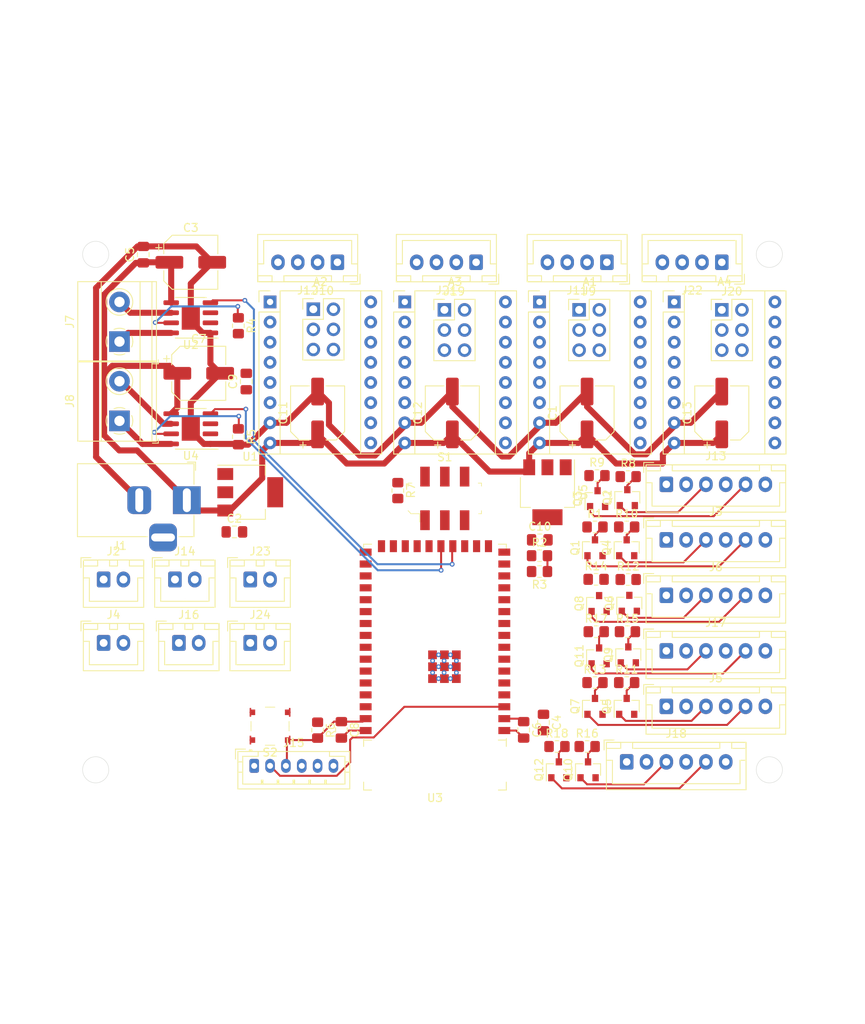
<source format=kicad_pcb>
(kicad_pcb (version 20171130) (host pcbnew "(5.1.9)-1")
  (layers (0 F.Cu signal) (31 B.Cu signal) (34 B.Paste user) (35 F.Paste user) (36 B.SilkS user) (37 F.SilkS user) (38 B.Mask user) (39 F.Mask user) (44 Edge.Cuts user))
  (net 0 "")
  (net 1 DIR2)
  (net 2 +12V)
  (net 3 STEP2)
  (net 4 GND)
  (net 5 +3V3)
  (net 6 "Net-(A1-Pad6)")
  (net 7 "Net-(A1-Pad5)")
  (net 8 "Net-(A1-Pad12)")
  (net 9 "Net-(A1-Pad4)")
  (net 10 "Net-(A1-Pad11)")
  (net 11 "Net-(A1-Pad3)")
  (net 12 "Net-(A1-Pad10)")
  (net 13 "Net-(A1-Pad2)")
  (net 14 EN2)
  (net 15 DIR0)
  (net 16 STEP0)
  (net 17 "Net-(A2-Pad6)")
  (net 18 "Net-(A2-Pad5)")
  (net 19 "Net-(A2-Pad12)")
  (net 20 "Net-(A2-Pad4)")
  (net 21 "Net-(A2-Pad11)")
  (net 22 "Net-(A2-Pad3)")
  (net 23 "Net-(A2-Pad10)")
  (net 24 "Net-(A2-Pad2)")
  (net 25 EN0)
  (net 26 DIR1)
  (net 27 STEP1)
  (net 28 "Net-(A3-Pad6)")
  (net 29 "Net-(A3-Pad5)")
  (net 30 "Net-(A3-Pad12)")
  (net 31 "Net-(A3-Pad4)")
  (net 32 "Net-(A3-Pad11)")
  (net 33 "Net-(A3-Pad3)")
  (net 34 "Net-(A3-Pad10)")
  (net 35 "Net-(A3-Pad2)")
  (net 36 EN1)
  (net 37 DIR3)
  (net 38 STEP3)
  (net 39 "Net-(A4-Pad6)")
  (net 40 "Net-(A4-Pad5)")
  (net 41 "Net-(A4-Pad12)")
  (net 42 "Net-(A4-Pad4)")
  (net 43 "Net-(A4-Pad11)")
  (net 44 "Net-(A4-Pad3)")
  (net 45 "Net-(A4-Pad10)")
  (net 46 "Net-(A4-Pad2)")
  (net 47 EN3)
  (net 48 EN)
  (net 49 HOMA)
  (net 50 ENCBB_5V)
  (net 51 ENCBA_5V)
  (net 52 +5V)
  (net 53 HOMB)
  (net 54 ENC2B_5V)
  (net 55 ENC2A_5V)
  (net 56 ENC0B_5V)
  (net 57 ENC0A_5V)
  (net 58 "Net-(J7-Pad2)")
  (net 59 "Net-(J7-Pad1)")
  (net 60 "Net-(J8-Pad2)")
  (net 61 "Net-(J8-Pad1)")
  (net 62 ENCAB_5V)
  (net 63 ENCAA_5V)
  (net 64 HOM0)
  (net 65 TX)
  (net 66 RX)
  (net 67 IO0)
  (net 68 HOM2)
  (net 69 ENC1B_5V)
  (net 70 ENC1A_5V)
  (net 71 ENC3B_5V)
  (net 72 ENC3A_5V)
  (net 73 HOM1)
  (net 74 HOM3)
  (net 75 ENCBB)
  (net 76 ENCAA)
  (net 77 ENCAB)
  (net 78 ENCBA)
  (net 79 ENC2A)
  (net 80 ENC0A)
  (net 81 ENC2B)
  (net 82 ENC0B)
  (net 83 ENC1)
  (net 84 ENC3A)
  (net 85 ENC1B)
  (net 86 ENC3B)
  (net 87 CHARGE)
  (net 88 RSA)
  (net 89 RSB)
  (net 90 "Net-(R7-Pad2)")
  (net 91 "Net-(S1-Pad6)")
  (net 92 "Net-(S1-Pad5)")
  (net 93 "Net-(S1-Pad4)")
  (net 94 DAC2)
  (net 95 "Net-(S1-Pad3)")
  (net 96 "Net-(S2-Pad3)")
  (net 97 "Net-(S2-Pad2)")
  (net 98 DAC1)
  (net 99 MOTA1)
  (net 100 MOTA2)
  (net 101 "Net-(U3-Pad43)")
  (net 102 "Net-(U3-Pad40)")
  (net 103 "Net-(U3-Pad39)")
  (net 104 "Net-(U3-Pad36)")
  (net 105 "Net-(U3-Pad35)")
  (net 106 "Net-(U3-Pad34)")
  (net 107 MOTB1)
  (net 108 MOTB2)
  (module Capacitor_SMD:C_0805_2012Metric_Pad1.18x1.45mm_HandSolder (layer F.Cu) (at 224.0375 89)
    (fp_text reference C10 (at 0 -1.68) (layer F.SilkS))
    (fp_text value 22u)
    (pad 2 smd roundrect (at 1.0375 0) (size 1.175 1.45) (layers F.Cu F.Paste F.Mask) (roundrect_rratio 0.212766) (net 4 GND))
    (pad 1 smd roundrect (at -1.0375 0) (size 1.175 1.45) (layers F.Cu F.Paste F.Mask) (roundrect_rratio 0.212766) (net 2 +12V))
  )
  (module Connector_BarrelJack:BarrelJack_Horizontal (layer F.Cu) (at 179.5 84)
    (fp_text reference J1 (at -8.45 5.75) (layer F.SilkS))
    (fp_text value Barrel_Jack_Switch)
    (pad 3 thru_hole roundrect (at -3 4.7) (size 3.5 3.5) (drill oval 3 1) (layers *.Cu *.Mask) (net 4 GND))
    (pad 2 thru_hole roundrect (at -6 0) (size 3 3.5) (drill oval 1 3) (layers *.Cu *.Mask) (net 4 GND))
    (pad 1 thru_hole rect (at 0 0) (size 3.5 3.5) (drill oval 1 3) (layers *.Cu *.Mask) (net 2 +12V))
  )
  (module Package_TO_SOT_SMD:SOT-223-3_TabPin2 (layer F.Cu) (at 225 83 270)
    (fp_text reference U5 (at 0 -4.5 90) (layer F.SilkS))
    (fp_text value AZ1117-5.0)
    (pad 1 smd rect (at -3.15 -2.3 270) (size 2 1.5) (layers F.Cu F.Paste F.Mask) (net 4 GND))
    (pad 3 smd rect (at -3.15 2.3 270) (size 2 1.5) (layers F.Cu F.Paste F.Mask) (net 2 +12V))
    (pad 2 smd rect (at -3.15 0 270) (size 2 1.5) (layers F.Cu F.Paste F.Mask) (net 52 +5V))
    (pad 2 smd rect (at 3.15 0 270) (size 2 3.8) (layers F.Cu F.Paste F.Mask) (net 52 +5V))
  )
  (module Package_SO:SOIC-8-1EP_3.9x4.9mm_P1.27mm_EP2.29x3mm (layer F.Cu) (at 180 75 180)
    (fp_text reference U4 (at 0 -3.4) (layer F.SilkS))
    (fp_text value TB67H451FNG,EL)
    (pad 9 smd rect (at 0 0 180) (size 2.29 3) (layers F.Cu F.Mask) (net 4 GND))
    (pad 8 smd roundrect (at 2.475 -1.905 180) (size 1.95 0.6) (layers F.Cu F.Paste F.Mask) (net 61 "Net-(J8-Pad1)"))
    (pad 7 smd roundrect (at 2.475 -0.635 180) (size 1.95 0.6) (layers F.Cu F.Paste F.Mask) (net 89 RSB))
    (pad 6 smd roundrect (at 2.475 0.635 180) (size 1.95 0.6) (layers F.Cu F.Paste F.Mask) (net 60 "Net-(J8-Pad2)"))
    (pad 5 smd roundrect (at 2.475 1.905 180) (size 1.95 0.6) (layers F.Cu F.Paste F.Mask) (net 2 +12V))
    (pad 4 smd roundrect (at -2.475 1.905 180) (size 1.95 0.6) (layers F.Cu F.Paste F.Mask) (net 94 DAC2))
    (pad 3 smd roundrect (at -2.475 0.635 180) (size 1.95 0.6) (layers F.Cu F.Paste F.Mask) (net 107 MOTB1))
    (pad 2 smd roundrect (at -2.475 -0.635 180) (size 1.95 0.6) (layers F.Cu F.Paste F.Mask) (net 108 MOTB2))
    (pad 1 smd roundrect (at -2.475 -1.905 180) (size 1.95 0.6) (layers F.Cu F.Paste F.Mask) (net 4 GND))
  )
  (module A4:ESP32-S2-WROOM (layer F.Cu) (at 210.81 105.05 180)
    (fp_text reference U3 (at 0 -16.5) (layer F.SilkS))
    (fp_text value ESP32-S2-WROOM)
    (pad 43 thru_hole circle (at -0.45 1.55 180) (size 0.6 0.6) (drill 0.3) (layers *.Cu *.Mask) (net 101 "Net-(U3-Pad43)"))
    (pad 43 thru_hole circle (at 0.3 0.8 180) (size 0.6 0.6) (drill 0.3) (layers *.Cu *.Mask) (net 101 "Net-(U3-Pad43)"))
    (pad 43 thru_hole circle (at 0.3 -0.7 180) (size 0.6 0.6) (drill 0.3) (layers *.Cu *.Mask) (net 101 "Net-(U3-Pad43)"))
    (pad 43 thru_hole circle (at -2.7 -0.7 180) (size 0.6 0.6) (drill 0.3) (layers *.Cu *.Mask) (net 101 "Net-(U3-Pad43)"))
    (pad 43 thru_hole circle (at -2.7 0.8 180) (size 0.6 0.6) (drill 0.3) (layers *.Cu *.Mask) (net 101 "Net-(U3-Pad43)"))
    (pad 43 thru_hole circle (at -1.95 1.55 180) (size 0.6 0.6) (drill 0.3) (layers *.Cu *.Mask) (net 101 "Net-(U3-Pad43)"))
    (pad 43 thru_hole circle (at -1.15 0.8 180) (size 0.6 0.6) (drill 0.3) (layers *.Cu *.Mask) (net 101 "Net-(U3-Pad43)"))
    (pad 43 thru_hole circle (at -1.95 0.05 180) (size 0.6 0.6) (drill 0.3) (layers *.Cu *.Mask) (net 101 "Net-(U3-Pad43)"))
    (pad 43 thru_hole circle (at -1.15 -0.7 180) (size 0.6 0.6) (drill 0.3) (layers *.Cu *.Mask) (net 101 "Net-(U3-Pad43)"))
    (pad 43 thru_hole circle (at -0.45 0.05 180) (size 0.6 0.6) (drill 0.3) (layers *.Cu *.Mask) (net 101 "Net-(U3-Pad43)"))
    (pad 43 thru_hole circle (at -0.45 -1.45 180) (size 0.6 0.6) (drill 0.3) (layers *.Cu *.Mask) (net 101 "Net-(U3-Pad43)"))
    (pad 43 thru_hole circle (at -1.95 -1.45 180) (size 0.6 0.6) (drill 0.3) (layers *.Cu *.Mask) (net 101 "Net-(U3-Pad43)"))
    (pad 43 smd rect (at 0.31 1.55 180) (size 1.1 1.1) (layers F.Cu F.Paste F.Mask) (net 101 "Net-(U3-Pad43)"))
    (pad 43 smd rect (at -1.19 1.55 180) (size 1.1 1.1) (layers F.Cu F.Paste F.Mask) (net 101 "Net-(U3-Pad43)"))
    (pad 43 smd rect (at -2.69 1.55 180) (size 1.1 1.1) (layers F.Cu F.Paste F.Mask) (net 101 "Net-(U3-Pad43)"))
    (pad 43 smd rect (at -2.69 0.05 180) (size 1.1 1.1) (layers F.Cu F.Paste F.Mask) (net 101 "Net-(U3-Pad43)"))
    (pad 43 smd rect (at -2.69 -1.45 180) (size 1.1 1.1) (layers F.Cu F.Paste F.Mask) (net 101 "Net-(U3-Pad43)"))
    (pad 43 smd rect (at -1.19 -1.45 180) (size 1.1 1.1) (layers F.Cu F.Paste F.Mask) (net 101 "Net-(U3-Pad43)"))
    (pad 43 smd rect (at 0.31 -1.45 180) (size 1.1 1.1) (layers F.Cu F.Paste F.Mask) (net 101 "Net-(U3-Pad43)"))
    (pad 43 smd rect (at 0.31 0.05 180) (size 1.1 1.1) (layers F.Cu F.Paste F.Mask) (net 101 "Net-(U3-Pad43)"))
    (pad 43 smd rect (at -1.19 0.05 180) (size 1.1 1.1) (layers F.Cu F.Paste F.Mask) (net 101 "Net-(U3-Pad43)"))
    (pad 42 smd rect (at 8.75 -8) (size 1.5 0.9) (layers F.Cu F.Paste F.Mask) (net 4 GND))
    (pad 41 smd rect (at 8.75 -6.5) (size 1.5 0.9) (layers F.Cu F.Paste F.Mask) (net 48 EN))
    (pad 40 smd rect (at 8.75 -5) (size 1.5 0.9) (layers F.Cu F.Paste F.Mask) (net 102 "Net-(U3-Pad40)"))
    (pad 39 smd rect (at 8.75 -3.5) (size 1.5 0.9) (layers F.Cu F.Paste F.Mask) (net 103 "Net-(U3-Pad39)"))
    (pad 38 smd rect (at 8.75 -2) (size 1.5 0.9) (layers F.Cu F.Paste F.Mask) (net 65 TX))
    (pad 37 smd rect (at 8.75 -0.5) (size 1.5 0.9) (layers F.Cu F.Paste F.Mask) (net 66 RX))
    (pad 36 smd rect (at 8.75 1) (size 1.5 0.9) (layers F.Cu F.Paste F.Mask) (net 104 "Net-(U3-Pad36)"))
    (pad 35 smd rect (at 8.75 2.5) (size 1.5 0.9) (layers F.Cu F.Paste F.Mask) (net 105 "Net-(U3-Pad35)"))
    (pad 34 smd rect (at 8.75 4) (size 1.5 0.9) (layers F.Cu F.Paste F.Mask) (net 106 "Net-(U3-Pad34)"))
    (pad 33 smd rect (at 8.75 5.5) (size 1.5 0.9) (layers F.Cu F.Paste F.Mask) (net 53 HOMB))
    (pad 32 smd rect (at 8.75 7) (size 1.5 0.9) (layers F.Cu F.Paste F.Mask) (net 49 HOMA))
    (pad 31 smd rect (at 8.75 8.5) (size 1.5 0.9) (layers F.Cu F.Paste F.Mask) (net 74 HOM3))
    (pad 30 smd rect (at 8.75 10) (size 1.5 0.9) (layers F.Cu F.Paste F.Mask) (net 68 HOM2))
    (pad 29 smd rect (at 8.75 11.5) (size 1.5 0.9) (layers F.Cu F.Paste F.Mask) (net 73 HOM1))
    (pad 28 smd rect (at 8.75 13) (size 1.5 0.9) (layers F.Cu F.Paste F.Mask) (net 64 HOM0))
    (pad 27 smd rect (at 8.75 14.5) (size 1.5 0.9) (layers F.Cu F.Paste F.Mask) (net 47 EN3))
    (pad 26 smd rect (at 6.75 15.25 270) (size 1.5 0.9) (layers F.Cu F.Paste F.Mask) (net 4 GND))
    (pad 25 smd rect (at 5.25 15.25 270) (size 1.5 0.9) (layers F.Cu F.Paste F.Mask) (net 38 STEP3))
    (pad 24 smd rect (at 3.75 15.25 270) (size 1.5 0.9) (layers F.Cu F.Paste F.Mask) (net 37 DIR3))
    (pad 23 smd rect (at 2.25 15.25 270) (size 1.5 0.9) (layers F.Cu F.Paste F.Mask) (net 14 EN2))
    (pad 22 smd rect (at 0.75 15.25 270) (size 1.5 0.9) (layers F.Cu F.Paste F.Mask) (net 3 STEP2))
    (pad 21 smd rect (at -0.75 15.25 270) (size 1.5 0.9) (layers F.Cu F.Paste F.Mask) (net 94 DAC2))
    (pad 20 smd rect (at -2.25 15.25 270) (size 1.5 0.9) (layers F.Cu F.Paste F.Mask) (net 98 DAC1))
    (pad 19 smd rect (at -3.75 15.25 270) (size 1.5 0.9) (layers F.Cu F.Paste F.Mask) (net 1 DIR2))
    (pad 18 smd rect (at -5.25 15.25 270) (size 1.5 0.9) (layers F.Cu F.Paste F.Mask) (net 36 EN1))
    (pad 17 smd rect (at -6.75 15.25 270) (size 1.5 0.9) (layers F.Cu F.Paste F.Mask) (net 27 STEP1))
    (pad 1 smd rect (at -8.75 -8 180) (size 1.5 0.9) (layers F.Cu F.Paste F.Mask) (net 4 GND))
    (pad 2 smd rect (at -8.75 -6.5 180) (size 1.5 0.9) (layers F.Cu F.Paste F.Mask) (net 5 +3V3))
    (pad 3 smd rect (at -8.75 -5 180) (size 1.5 0.9) (layers F.Cu F.Paste F.Mask) (net 67 IO0))
    (pad 4 smd rect (at -8.75 -3.5 180) (size 1.5 0.9) (layers F.Cu F.Paste F.Mask) (net 99 MOTA1))
    (pad 5 smd rect (at -8.75 -2 180) (size 1.5 0.9) (layers F.Cu F.Paste F.Mask) (net 100 MOTA2))
    (pad 6 smd rect (at -8.75 -0.5 180) (size 1.5 0.9) (layers F.Cu F.Paste F.Mask) (net 76 ENCAA))
    (pad 7 smd rect (at -8.75 1 180) (size 1.5 0.9) (layers F.Cu F.Paste F.Mask) (net 77 ENCAB))
    (pad 8 smd rect (at -8.75 2.5 180) (size 1.5 0.9) (layers F.Cu F.Paste F.Mask) (net 107 MOTB1))
    (pad 9 smd rect (at -8.75 4 180) (size 1.5 0.9) (layers F.Cu F.Paste F.Mask) (net 108 MOTB2))
    (pad 10 smd rect (at -8.75 5.5 180) (size 1.5 0.9) (layers F.Cu F.Paste F.Mask) (net 78 ENCBA))
    (pad 11 smd rect (at -8.75 7 180) (size 1.5 0.9) (layers F.Cu F.Paste F.Mask) (net 75 ENCBB))
    (pad 12 smd rect (at -8.75 8.5 180) (size 1.5 0.9) (layers F.Cu F.Paste F.Mask) (net 87 CHARGE))
    (pad 13 smd rect (at -8.75 10 180) (size 1.5 0.9) (layers F.Cu F.Paste F.Mask) (net 15 DIR0))
    (pad 14 smd rect (at -8.75 11.5 180) (size 1.5 0.9) (layers F.Cu F.Paste F.Mask) (net 16 STEP0))
    (pad 15 smd rect (at -8.75 13 180) (size 1.5 0.9) (layers F.Cu F.Paste F.Mask) (net 25 EN0))
    (pad 16 smd rect (at -8.75 14.5 180) (size 1.5 0.9) (layers F.Cu F.Paste F.Mask) (net 26 DIR1))
  )
  (module Package_SO:SOIC-8-1EP_3.9x4.9mm_P1.27mm_EP2.29x3mm (layer F.Cu) (at 180 61 180)
    (fp_text reference U2 (at 0 -3.4) (layer F.SilkS))
    (fp_text value TB67H451FNG,EL)
    (pad 9 smd rect (at 0 0 180) (size 2.29 3) (layers F.Cu F.Mask) (net 4 GND))
    (pad 8 smd roundrect (at 2.475 -1.905 180) (size 1.95 0.6) (layers F.Cu F.Paste F.Mask) (net 59 "Net-(J7-Pad1)"))
    (pad 7 smd roundrect (at 2.475 -0.635 180) (size 1.95 0.6) (layers F.Cu F.Paste F.Mask) (net 88 RSA))
    (pad 6 smd roundrect (at 2.475 0.635 180) (size 1.95 0.6) (layers F.Cu F.Paste F.Mask) (net 58 "Net-(J7-Pad2)"))
    (pad 5 smd roundrect (at 2.475 1.905 180) (size 1.95 0.6) (layers F.Cu F.Paste F.Mask) (net 2 +12V))
    (pad 4 smd roundrect (at -2.475 1.905 180) (size 1.95 0.6) (layers F.Cu F.Paste F.Mask) (net 98 DAC1))
    (pad 3 smd roundrect (at -2.475 0.635 180) (size 1.95 0.6) (layers F.Cu F.Paste F.Mask) (net 99 MOTA1))
    (pad 2 smd roundrect (at -2.475 -0.635 180) (size 1.95 0.6) (layers F.Cu F.Paste F.Mask) (net 100 MOTA2))
    (pad 1 smd roundrect (at -2.475 -1.905 180) (size 1.95 0.6) (layers F.Cu F.Paste F.Mask) (net 4 GND))
  )
  (module Package_TO_SOT_SMD:SOT-223-3_TabPin2 (layer F.Cu) (at 187.5 83)
    (fp_text reference U1 (at 0 -4.5) (layer F.SilkS))
    (fp_text value AZ1117-3.3)
    (pad 1 smd rect (at -3.15 -2.3) (size 2 1.5) (layers F.Cu F.Paste F.Mask) (net 4 GND))
    (pad 3 smd rect (at -3.15 2.3) (size 2 1.5) (layers F.Cu F.Paste F.Mask) (net 2 +12V))
    (pad 2 smd rect (at -3.15 0) (size 2 1.5) (layers F.Cu F.Paste F.Mask) (net 5 +3V3))
    (pad 2 smd rect (at 3.15 0) (size 2 3.8) (layers F.Cu F.Paste F.Mask) (net 5 +3V3))
  )
  (module digikey-footprints:Switch_Tactile_SMD_4.5x4.5mm_TL3315NF160Q (layer F.Cu) (at 190 112.5 180)
    (fp_text reference S2 (at 0 -3.31) (layer F.SilkS))
    (fp_text value TL3315NF160Q)
    (pad 4 smd rect (at 2.125 1.75 180) (size 0.5 0.7) (layers F.Cu F.Paste F.Mask) (net 4 GND))
    (pad 3 smd rect (at -2.125 1.75 180) (size 0.5 0.7) (layers F.Cu F.Paste F.Mask) (net 96 "Net-(S2-Pad3)"))
    (pad 2 smd rect (at 2.125 -1.75 180) (size 0.5 0.7) (layers F.Cu F.Paste F.Mask) (net 97 "Net-(S2-Pad2)"))
    (pad 1 smd rect (at -2.125 -1.75 180) (size 0.5 0.7) (layers F.Cu F.Paste F.Mask) (net 48 EN))
    (pad 2 smd rect (at 2.475 -1.75 180) (size 0.2 1.1) (layers F.Cu F.Paste F.Mask) (net 97 "Net-(S2-Pad2)"))
    (pad 3 smd rect (at -2.475 1.75 180) (size 0.2 1.1) (layers F.Cu F.Paste F.Mask) (net 96 "Net-(S2-Pad3)"))
    (pad 4 smd rect (at 2.475 1.75 180) (size 0.2 1.1) (layers F.Cu F.Paste F.Mask) (net 4 GND))
    (pad 1 smd rect (at -2.475 -1.75 180) (size 0.2 1.1) (layers F.Cu F.Paste F.Mask) (net 48 EN))
  )
  (module digikey-footprints:Switch_Slide_JS202011SCQN (layer F.Cu) (at 212.05 83.776)
    (fp_text reference S1 (at 0 -5.2) (layer F.SilkS))
    (fp_text value JS202011SCQN)
    (pad 6 smd rect (at 2.5 -2.75) (size 1.2 2.5) (layers F.Cu F.Paste F.Mask) (net 91 "Net-(S1-Pad6)"))
    (pad 5 smd rect (at 0 -2.75) (size 1.2 2.5) (layers F.Cu F.Paste F.Mask) (net 92 "Net-(S1-Pad5)"))
    (pad 4 smd rect (at -2.5 -2.75) (size 1.2 2.5) (layers F.Cu F.Paste F.Mask) (net 93 "Net-(S1-Pad4)"))
    (pad 1 smd rect (at -2.5 2.75) (size 1.2 2.5) (layers F.Cu F.Paste F.Mask) (net 94 DAC2))
    (pad 2 smd rect (at 0 2.75) (size 1.2 2.5) (layers F.Cu F.Paste F.Mask) (net 90 "Net-(R7-Pad2)"))
    (pad 3 smd rect (at 2.5 2.75) (size 1.2 2.5) (layers F.Cu F.Paste F.Mask) (net 95 "Net-(S1-Pad3)"))
  )
  (module Resistor_SMD:R_0805_2012Metric_Pad1.20x1.40mm_HandSolder (layer F.Cu) (at 226.203 115.062)
    (fp_text reference R18 (at 0 -1.65) (layer F.SilkS))
    (fp_text value 10K)
    (pad 2 smd roundrect (at 1 0) (size 1.2 1.4) (layers F.Cu F.Paste F.Mask) (roundrect_rratio 0.208333) (net 86 ENC3B))
    (pad 1 smd roundrect (at -1 0) (size 1.2 1.4) (layers F.Cu F.Paste F.Mask) (roundrect_rratio 0.208333) (net 5 +3V3))
  )
  (module Resistor_SMD:R_0805_2012Metric_Pad1.20x1.40mm_HandSolder (layer F.Cu) (at 231.156 100.584)
    (fp_text reference R17 (at 0 -1.65) (layer F.SilkS))
    (fp_text value 10K)
    (pad 2 smd roundrect (at 1 0) (size 1.2 1.4) (layers F.Cu F.Paste F.Mask) (roundrect_rratio 0.208333) (net 85 ENC1B))
    (pad 1 smd roundrect (at -1 0) (size 1.2 1.4) (layers F.Cu F.Paste F.Mask) (roundrect_rratio 0.208333) (net 5 +3V3))
  )
  (module Resistor_SMD:R_0805_2012Metric_Pad1.20x1.40mm_HandSolder (layer F.Cu) (at 230.013 115.062)
    (fp_text reference R16 (at 0 -1.65) (layer F.SilkS))
    (fp_text value 10K)
    (pad 2 smd roundrect (at 1 0) (size 1.2 1.4) (layers F.Cu F.Paste F.Mask) (roundrect_rratio 0.208333) (net 84 ENC3A))
    (pad 1 smd roundrect (at -1 0) (size 1.2 1.4) (layers F.Cu F.Paste F.Mask) (roundrect_rratio 0.208333) (net 5 +3V3))
  )
  (module Resistor_SMD:R_0805_2012Metric_Pad1.20x1.40mm_HandSolder (layer F.Cu) (at 235.093 100.584)
    (fp_text reference R15 (at 0 -1.65) (layer F.SilkS))
    (fp_text value 10K)
    (pad 2 smd roundrect (at 1 0) (size 1.2 1.4) (layers F.Cu F.Paste F.Mask) (roundrect_rratio 0.208333) (net 83 ENC1))
    (pad 1 smd roundrect (at -1 0) (size 1.2 1.4) (layers F.Cu F.Paste F.Mask) (roundrect_rratio 0.208333) (net 5 +3V3))
  )
  (module Resistor_SMD:R_0805_2012Metric_Pad1.20x1.40mm_HandSolder (layer F.Cu) (at 231.14 93.98)
    (fp_text reference R14 (at 0 -1.65) (layer F.SilkS))
    (fp_text value 10K)
    (pad 2 smd roundrect (at 1 0) (size 1.2 1.4) (layers F.Cu F.Paste F.Mask) (roundrect_rratio 0.208333) (net 82 ENC0B))
    (pad 1 smd roundrect (at -1 0) (size 1.2 1.4) (layers F.Cu F.Paste F.Mask) (roundrect_rratio 0.208333) (net 5 +3V3))
  )
  (module Resistor_SMD:R_0805_2012Metric_Pad1.20x1.40mm_HandSolder (layer F.Cu) (at 231 107)
    (fp_text reference R13 (at 0 -1.65) (layer F.SilkS))
    (fp_text value 10K)
    (pad 2 smd roundrect (at 1 0) (size 1.2 1.4) (layers F.Cu F.Paste F.Mask) (roundrect_rratio 0.208333) (net 81 ENC2B))
    (pad 1 smd roundrect (at -1 0) (size 1.2 1.4) (layers F.Cu F.Paste F.Mask) (roundrect_rratio 0.208333) (net 5 +3V3))
  )
  (module Resistor_SMD:R_0805_2012Metric_Pad1.20x1.40mm_HandSolder (layer F.Cu) (at 235.188 94)
    (fp_text reference R12 (at 0 -1.65) (layer F.SilkS))
    (fp_text value 10K)
    (pad 2 smd roundrect (at 1 0) (size 1.2 1.4) (layers F.Cu F.Paste F.Mask) (roundrect_rratio 0.208333) (net 80 ENC0A))
    (pad 1 smd roundrect (at -1 0) (size 1.2 1.4) (layers F.Cu F.Paste F.Mask) (roundrect_rratio 0.208333) (net 5 +3V3))
  )
  (module Resistor_SMD:R_0805_2012Metric_Pad1.20x1.40mm_HandSolder (layer F.Cu) (at 235 107)
    (fp_text reference R11 (at 0 -1.65) (layer F.SilkS))
    (fp_text value 10K)
    (pad 2 smd roundrect (at 1 0) (size 1.2 1.4) (layers F.Cu F.Paste F.Mask) (roundrect_rratio 0.208333) (net 79 ENC2A))
    (pad 1 smd roundrect (at -1 0) (size 1.2 1.4) (layers F.Cu F.Paste F.Mask) (roundrect_rratio 0.208333) (net 5 +3V3))
  )
  (module Resistor_SMD:R_0805_2012Metric_Pad1.20x1.40mm_HandSolder (layer F.Cu) (at 235 87.376)
    (fp_text reference R10 (at 0 -1.65) (layer F.SilkS))
    (fp_text value 10K)
    (pad 2 smd roundrect (at 1 0) (size 1.2 1.4) (layers F.Cu F.Paste F.Mask) (roundrect_rratio 0.208333) (net 78 ENCBA))
    (pad 1 smd roundrect (at -1 0) (size 1.2 1.4) (layers F.Cu F.Paste F.Mask) (roundrect_rratio 0.208333) (net 5 +3V3))
  )
  (module Resistor_SMD:R_0805_2012Metric_Pad1.20x1.40mm_HandSolder (layer F.Cu) (at 231.251 80.899)
    (fp_text reference R9 (at 0 -1.65) (layer F.SilkS))
    (fp_text value 10K)
    (pad 2 smd roundrect (at 1 0) (size 1.2 1.4) (layers F.Cu F.Paste F.Mask) (roundrect_rratio 0.208333) (net 77 ENCAB))
    (pad 1 smd roundrect (at -1 0) (size 1.2 1.4) (layers F.Cu F.Paste F.Mask) (roundrect_rratio 0.208333) (net 5 +3V3))
  )
  (module Resistor_SMD:R_0805_2012Metric_Pad1.20x1.40mm_HandSolder (layer F.Cu) (at 235.188 81.026)
    (fp_text reference R8 (at 0 -1.65) (layer F.SilkS))
    (fp_text value 10K)
    (pad 2 smd roundrect (at 1 0) (size 1.2 1.4) (layers F.Cu F.Paste F.Mask) (roundrect_rratio 0.208333) (net 76 ENCAA))
    (pad 1 smd roundrect (at -1 0) (size 1.2 1.4) (layers F.Cu F.Paste F.Mask) (roundrect_rratio 0.208333) (net 5 +3V3))
  )
  (module Resistor_SMD:R_0805_2012Metric_Pad1.20x1.40mm_HandSolder (layer F.Cu) (at 206.121 82.788 270)
    (fp_text reference R7 (at 0 -1.65 90) (layer F.SilkS))
    (fp_text value 47K)
    (pad 2 smd roundrect (at 1 0 270) (size 1.2 1.4) (layers F.Cu F.Paste F.Mask) (roundrect_rratio 0.208333) (net 90 "Net-(R7-Pad2)"))
    (pad 1 smd roundrect (at -1 0 270) (size 1.2 1.4) (layers F.Cu F.Paste F.Mask) (roundrect_rratio 0.208333) (net 5 +3V3))
  )
  (module Resistor_SMD:R_0805_2012Metric_Pad1.20x1.40mm_HandSolder (layer F.Cu) (at 196 113 270)
    (fp_text reference R6 (at 0 -1.65 90) (layer F.SilkS))
    (fp_text value 10K)
    (pad 2 smd roundrect (at 1 0 270) (size 1.2 1.4) (layers F.Cu F.Paste F.Mask) (roundrect_rratio 0.208333) (net 48 EN))
    (pad 1 smd roundrect (at -1 0 270) (size 1.2 1.4) (layers F.Cu F.Paste F.Mask) (roundrect_rratio 0.208333) (net 5 +3V3))
  )
  (module Resistor_SMD:R_0805_2012Metric_Pad1.20x1.40mm_HandSolder (layer F.Cu) (at 186 76 270)
    (fp_text reference R5 (at 0 -1.65 90) (layer F.SilkS))
    (fp_text value 0.1)
    (pad 2 smd roundrect (at 1 0 270) (size 1.2 1.4) (layers F.Cu F.Paste F.Mask) (roundrect_rratio 0.208333) (net 4 GND))
    (pad 1 smd roundrect (at -1 0 270) (size 1.2 1.4) (layers F.Cu F.Paste F.Mask) (roundrect_rratio 0.208333) (net 89 RSB))
  )
  (module Resistor_SMD:R_0805_2012Metric_Pad1.20x1.40mm_HandSolder (layer F.Cu) (at 186 62 270)
    (fp_text reference R4 (at 0 -1.65 90) (layer F.SilkS))
    (fp_text value 0.1)
    (pad 2 smd roundrect (at 1 0 270) (size 1.2 1.4) (layers F.Cu F.Paste F.Mask) (roundrect_rratio 0.208333) (net 4 GND))
    (pad 1 smd roundrect (at -1 0 270) (size 1.2 1.4) (layers F.Cu F.Paste F.Mask) (roundrect_rratio 0.208333) (net 88 RSA))
  )
  (module Resistor_SMD:R_0805_2012Metric_Pad1.20x1.40mm_HandSolder (layer F.Cu) (at 224 93 180)
    (fp_text reference R3 (at 0 -1.65) (layer F.SilkS))
    (fp_text value 10K)
    (pad 2 smd roundrect (at 1 0 180) (size 1.2 1.4) (layers F.Cu F.Paste F.Mask) (roundrect_rratio 0.208333) (net 4 GND))
    (pad 1 smd roundrect (at -1 0 180) (size 1.2 1.4) (layers F.Cu F.Paste F.Mask) (roundrect_rratio 0.208333) (net 87 CHARGE))
  )
  (module Resistor_SMD:R_0805_2012Metric_Pad1.20x1.40mm_HandSolder (layer F.Cu) (at 224 91)
    (fp_text reference R2 (at 0 -1.65) (layer F.SilkS))
    (fp_text value 47k)
    (pad 2 smd roundrect (at 1 0) (size 1.2 1.4) (layers F.Cu F.Paste F.Mask) (roundrect_rratio 0.208333) (net 87 CHARGE))
    (pad 1 smd roundrect (at -1 0) (size 1.2 1.4) (layers F.Cu F.Paste F.Mask) (roundrect_rratio 0.208333) (net 2 +12V))
  )
  (module Resistor_SMD:R_0805_2012Metric_Pad1.20x1.40mm_HandSolder (layer F.Cu) (at 231 87.376)
    (fp_text reference R1 (at 0 -1.65) (layer F.SilkS))
    (fp_text value 10K)
    (pad 2 smd roundrect (at 1 0) (size 1.2 1.4) (layers F.Cu F.Paste F.Mask) (roundrect_rratio 0.208333) (net 75 ENCBB))
    (pad 1 smd roundrect (at -1 0) (size 1.2 1.4) (layers F.Cu F.Paste F.Mask) (roundrect_rratio 0.208333) (net 5 +3V3))
  )
  (module Package_TO_SOT_SMD:SOT-23 (layer F.Cu) (at 226.441 118 90)
    (fp_text reference Q12 (at 0 -2.5 90) (layer F.SilkS))
    (fp_text value 2N7002)
    (pad 3 smd rect (at 1 0 90) (size 0.9 0.8) (layers F.Cu F.Paste F.Mask) (net 86 ENC3B))
    (pad 2 smd rect (at -1 0.95 90) (size 0.9 0.8) (layers F.Cu F.Paste F.Mask) (net 4 GND))
    (pad 1 smd rect (at -1 -0.95 90) (size 0.9 0.8) (layers F.Cu F.Paste F.Mask) (net 71 ENC3B_5V))
  )
  (module Package_TO_SOT_SMD:SOT-23 (layer F.Cu) (at 231.521 103.632 90)
    (fp_text reference Q11 (at 0 -2.5 90) (layer F.SilkS))
    (fp_text value 2N7002)
    (pad 3 smd rect (at 1 0 90) (size 0.9 0.8) (layers F.Cu F.Paste F.Mask) (net 85 ENC1B))
    (pad 2 smd rect (at -1 0.95 90) (size 0.9 0.8) (layers F.Cu F.Paste F.Mask) (net 4 GND))
    (pad 1 smd rect (at -1 -0.95 90) (size 0.9 0.8) (layers F.Cu F.Paste F.Mask) (net 69 ENC1B_5V))
  )
  (module Package_TO_SOT_SMD:SOT-23 (layer F.Cu) (at 230.124 118 90)
    (fp_text reference Q10 (at 0 -2.5 90) (layer F.SilkS))
    (fp_text value 2N7002)
    (pad 3 smd rect (at 1 0 90) (size 0.9 0.8) (layers F.Cu F.Paste F.Mask) (net 84 ENC3A))
    (pad 2 smd rect (at -1 0.95 90) (size 0.9 0.8) (layers F.Cu F.Paste F.Mask) (net 4 GND))
    (pad 1 smd rect (at -1 -0.95 90) (size 0.9 0.8) (layers F.Cu F.Paste F.Mask) (net 72 ENC3A_5V))
  )
  (module Package_TO_SOT_SMD:SOT-23 (layer F.Cu) (at 235.204 103.505 90)
    (fp_text reference Q9 (at 0 -2.5 90) (layer F.SilkS))
    (fp_text value 2N7002)
    (pad 3 smd rect (at 1 0 90) (size 0.9 0.8) (layers F.Cu F.Paste F.Mask) (net 83 ENC1))
    (pad 2 smd rect (at -1 0.95 90) (size 0.9 0.8) (layers F.Cu F.Paste F.Mask) (net 4 GND))
    (pad 1 smd rect (at -1 -0.95 90) (size 0.9 0.8) (layers F.Cu F.Paste F.Mask) (net 70 ENC1A_5V))
  )
  (module Package_TO_SOT_SMD:SOT-23 (layer F.Cu) (at 231.521 97.028 90)
    (fp_text reference Q8 (at 0 -2.5 90) (layer F.SilkS))
    (fp_text value 2N7002)
    (pad 3 smd rect (at 1 0 90) (size 0.9 0.8) (layers F.Cu F.Paste F.Mask) (net 82 ENC0B))
    (pad 2 smd rect (at -1 0.95 90) (size 0.9 0.8) (layers F.Cu F.Paste F.Mask) (net 4 GND))
    (pad 1 smd rect (at -1 -0.95 90) (size 0.9 0.8) (layers F.Cu F.Paste F.Mask) (net 56 ENC0B_5V))
  )
  (module Package_TO_SOT_SMD:SOT-23 (layer F.Cu) (at 231 110 90)
    (fp_text reference Q7 (at 0 -2.5 90) (layer F.SilkS))
    (fp_text value 2N7002)
    (pad 3 smd rect (at 1 0 90) (size 0.9 0.8) (layers F.Cu F.Paste F.Mask) (net 81 ENC2B))
    (pad 2 smd rect (at -1 0.95 90) (size 0.9 0.8) (layers F.Cu F.Paste F.Mask) (net 4 GND))
    (pad 1 smd rect (at -1 -0.95 90) (size 0.9 0.8) (layers F.Cu F.Paste F.Mask) (net 54 ENC2B_5V))
  )
  (module Package_TO_SOT_SMD:SOT-23 (layer F.Cu) (at 235.331 97 90)
    (fp_text reference Q6 (at 0 -2.5 90) (layer F.SilkS))
    (fp_text value 2N7002)
    (pad 3 smd rect (at 1 0 90) (size 0.9 0.8) (layers F.Cu F.Paste F.Mask) (net 80 ENC0A))
    (pad 2 smd rect (at -1 0.95 90) (size 0.9 0.8) (layers F.Cu F.Paste F.Mask) (net 4 GND))
    (pad 1 smd rect (at -1 -0.95 90) (size 0.9 0.8) (layers F.Cu F.Paste F.Mask) (net 57 ENC0A_5V))
  )
  (module Package_TO_SOT_SMD:SOT-23 (layer F.Cu) (at 235 110 90)
    (fp_text reference Q5 (at 0 -2.5 90) (layer F.SilkS))
    (fp_text value 2N7002)
    (pad 3 smd rect (at 1 0 90) (size 0.9 0.8) (layers F.Cu F.Paste F.Mask) (net 79 ENC2A))
    (pad 2 smd rect (at -1 0.95 90) (size 0.9 0.8) (layers F.Cu F.Paste F.Mask) (net 4 GND))
    (pad 1 smd rect (at -1 -0.95 90) (size 0.9 0.8) (layers F.Cu F.Paste F.Mask) (net 55 ENC2A_5V))
  )
  (module Package_TO_SOT_SMD:SOT-23 (layer F.Cu) (at 235 90 90)
    (fp_text reference Q4 (at 0 -2.5 90) (layer F.SilkS))
    (fp_text value 2N7002)
    (pad 3 smd rect (at 1 0 90) (size 0.9 0.8) (layers F.Cu F.Paste F.Mask) (net 78 ENCBA))
    (pad 2 smd rect (at -1 0.95 90) (size 0.9 0.8) (layers F.Cu F.Paste F.Mask) (net 4 GND))
    (pad 1 smd rect (at -1 -0.95 90) (size 0.9 0.8) (layers F.Cu F.Paste F.Mask) (net 51 ENCBA_5V))
  )
  (module Package_TO_SOT_SMD:SOT-23 (layer F.Cu) (at 231.328 83.804 90)
    (fp_text reference Q3 (at 0 -2.5 90) (layer F.SilkS))
    (fp_text value 2N7002)
    (pad 3 smd rect (at 1 0 90) (size 0.9 0.8) (layers F.Cu F.Paste F.Mask) (net 77 ENCAB))
    (pad 2 smd rect (at -1 0.95 90) (size 0.9 0.8) (layers F.Cu F.Paste F.Mask) (net 4 GND))
    (pad 1 smd rect (at -1 -0.95 90) (size 0.9 0.8) (layers F.Cu F.Paste F.Mask) (net 62 ENCAB_5V))
  )
  (module Package_TO_SOT_SMD:SOT-23 (layer F.Cu) (at 235.077 83.677 90)
    (fp_text reference Q2 (at 0 -2.5 90) (layer F.SilkS))
    (fp_text value 2N7002)
    (pad 3 smd rect (at 1 0 90) (size 0.9 0.8) (layers F.Cu F.Paste F.Mask) (net 76 ENCAA))
    (pad 2 smd rect (at -1 0.95 90) (size 0.9 0.8) (layers F.Cu F.Paste F.Mask) (net 4 GND))
    (pad 1 smd rect (at -1 -0.95 90) (size 0.9 0.8) (layers F.Cu F.Paste F.Mask) (net 63 ENCAA_5V))
  )
  (module Package_TO_SOT_SMD:SOT-23 (layer F.Cu) (at 231 90 90)
    (fp_text reference Q1 (at 0 -2.5 90) (layer F.SilkS))
    (fp_text value 2N7002)
    (pad 3 smd rect (at 1 0 90) (size 0.9 0.8) (layers F.Cu F.Paste F.Mask) (net 75 ENCBB))
    (pad 2 smd rect (at -1 0.95 90) (size 0.9 0.8) (layers F.Cu F.Paste F.Mask) (net 4 GND))
    (pad 1 smd rect (at -1 -0.95 90) (size 0.9 0.8) (layers F.Cu F.Paste F.Mask) (net 50 ENCBB_5V))
  )
  (module Connector_JST:JST_XH_B2B-XH-A_1x02_P2.50mm_Vertical (layer F.Cu) (at 187.5 102)
    (fp_text reference J24 (at 1.25 -3.55) (layer F.SilkS))
    (fp_text value Conn_01x02_Male)
    (pad 2 thru_hole oval (at 2.5 0) (size 1.7 2) (drill 1) (layers *.Cu *.Mask) (net 4 GND))
    (pad 1 thru_hole roundrect (at 0 0) (size 1.7 2) (drill 1) (layers *.Cu *.Mask) (roundrect_rratio 0.147059) (net 74 HOM3))
  )
  (module Connector_JST:JST_XH_B2B-XH-A_1x02_P2.50mm_Vertical (layer F.Cu) (at 187.5 94)
    (fp_text reference J23 (at 1.25 -3.55) (layer F.SilkS))
    (fp_text value Conn_01x02_Male)
    (pad 2 thru_hole oval (at 2.5 0) (size 1.7 2) (drill 1) (layers *.Cu *.Mask) (net 4 GND))
    (pad 1 thru_hole roundrect (at 0 0) (size 1.7 2) (drill 1) (layers *.Cu *.Mask) (roundrect_rratio 0.147059) (net 73 HOM1))
  )
  (module Connector_JST:JST_XH_B4B-XH-A_1x04_P2.50mm_Vertical (layer F.Cu) (at 247 54 180)
    (fp_text reference J22 (at 3.75 -3.55) (layer F.SilkS))
    (fp_text value Conn_01x04_Male)
    (pad 4 thru_hole oval (at 7.5 0 180) (size 1.7 1.95) (drill 0.95) (layers *.Cu *.Mask) (net 44 "Net-(A4-Pad3)"))
    (pad 3 thru_hole oval (at 5 0 180) (size 1.7 1.95) (drill 0.95) (layers *.Cu *.Mask) (net 42 "Net-(A4-Pad4)"))
    (pad 2 thru_hole oval (at 2.5 0 180) (size 1.7 1.95) (drill 0.95) (layers *.Cu *.Mask) (net 40 "Net-(A4-Pad5)"))
    (pad 1 thru_hole roundrect (at 0 0 180) (size 1.7 1.95) (drill 0.95) (layers *.Cu *.Mask) (roundrect_rratio 0.147059) (net 39 "Net-(A4-Pad6)"))
  )
  (module Connector_JST:JST_XH_B4B-XH-A_1x04_P2.50mm_Vertical (layer F.Cu) (at 216 54 180)
    (fp_text reference J21 (at 3.75 -3.55) (layer F.SilkS))
    (fp_text value Conn_01x04_Male)
    (pad 4 thru_hole oval (at 7.5 0 180) (size 1.7 1.95) (drill 0.95) (layers *.Cu *.Mask) (net 33 "Net-(A3-Pad3)"))
    (pad 3 thru_hole oval (at 5 0 180) (size 1.7 1.95) (drill 0.95) (layers *.Cu *.Mask) (net 31 "Net-(A3-Pad4)"))
    (pad 2 thru_hole oval (at 2.5 0 180) (size 1.7 1.95) (drill 0.95) (layers *.Cu *.Mask) (net 29 "Net-(A3-Pad5)"))
    (pad 1 thru_hole roundrect (at 0 0 180) (size 1.7 1.95) (drill 0.95) (layers *.Cu *.Mask) (roundrect_rratio 0.147059) (net 28 "Net-(A3-Pad6)"))
  )
  (module Connector_PinHeader_2.54mm:PinHeader_2x03_P2.54mm_Vertical (layer F.Cu) (at 247 60)
    (fp_text reference J20 (at 1.27 -2.33) (layer F.SilkS))
    (fp_text value Conn_02x03_Odd_Even)
    (pad 6 thru_hole oval (at 2.54 5.08) (size 1.7 1.7) (drill 1) (layers *.Cu *.Mask) (net 45 "Net-(A4-Pad10)"))
    (pad 5 thru_hole oval (at 0 5.08) (size 1.7 1.7) (drill 1) (layers *.Cu *.Mask) (net 5 +3V3))
    (pad 4 thru_hole oval (at 2.54 2.54) (size 1.7 1.7) (drill 1) (layers *.Cu *.Mask) (net 43 "Net-(A4-Pad11)"))
    (pad 3 thru_hole oval (at 0 2.54) (size 1.7 1.7) (drill 1) (layers *.Cu *.Mask) (net 5 +3V3))
    (pad 2 thru_hole oval (at 2.54 0) (size 1.7 1.7) (drill 1) (layers *.Cu *.Mask) (net 41 "Net-(A4-Pad12)"))
    (pad 1 thru_hole rect (at 0 0) (size 1.7 1.7) (drill 1) (layers *.Cu *.Mask) (net 5 +3V3))
  )
  (module Connector_PinHeader_2.54mm:PinHeader_2x03_P2.54mm_Vertical (layer F.Cu) (at 212 60)
    (fp_text reference J19 (at 1.27 -2.33) (layer F.SilkS))
    (fp_text value Conn_02x03_Odd_Even)
    (pad 6 thru_hole oval (at 2.54 5.08) (size 1.7 1.7) (drill 1) (layers *.Cu *.Mask) (net 34 "Net-(A3-Pad10)"))
    (pad 5 thru_hole oval (at 0 5.08) (size 1.7 1.7) (drill 1) (layers *.Cu *.Mask) (net 5 +3V3))
    (pad 4 thru_hole oval (at 2.54 2.54) (size 1.7 1.7) (drill 1) (layers *.Cu *.Mask) (net 32 "Net-(A3-Pad11)"))
    (pad 3 thru_hole oval (at 0 2.54) (size 1.7 1.7) (drill 1) (layers *.Cu *.Mask) (net 5 +3V3))
    (pad 2 thru_hole oval (at 2.54 0) (size 1.7 1.7) (drill 1) (layers *.Cu *.Mask) (net 30 "Net-(A3-Pad12)"))
    (pad 1 thru_hole rect (at 0 0) (size 1.7 1.7) (drill 1) (layers *.Cu *.Mask) (net 5 +3V3))
  )
  (module Connector_JST:JST_XH_B6B-XH-A_1x06_P2.50mm_Vertical (layer F.Cu) (at 235 117)
    (fp_text reference J18 (at 6.25 -3.55) (layer F.SilkS))
    (fp_text value Conn_01x06_Male)
    (pad 6 thru_hole oval (at 12.5 0) (size 1.7 1.95) (drill 0.95) (layers *.Cu *.Mask) (net 4 GND))
    (pad 5 thru_hole oval (at 10 0) (size 1.7 1.95) (drill 0.95) (layers *.Cu *.Mask) (net 71 ENC3B_5V))
    (pad 4 thru_hole oval (at 7.5 0) (size 1.7 1.95) (drill 0.95) (layers *.Cu *.Mask) (net 4 GND))
    (pad 3 thru_hole oval (at 5 0) (size 1.7 1.95) (drill 0.95) (layers *.Cu *.Mask) (net 72 ENC3A_5V))
    (pad 2 thru_hole oval (at 2.5 0) (size 1.7 1.95) (drill 0.95) (layers *.Cu *.Mask) (net 4 GND))
    (pad 1 thru_hole roundrect (at 0 0) (size 1.7 1.95) (drill 0.95) (layers *.Cu *.Mask) (roundrect_rratio 0.147059) (net 52 +5V))
  )
  (module Connector_JST:JST_XH_B6B-XH-A_1x06_P2.50mm_Vertical (layer F.Cu) (at 240 103)
    (fp_text reference J17 (at 6.25 -3.55) (layer F.SilkS))
    (fp_text value Conn_01x06_Male)
    (pad 6 thru_hole oval (at 12.5 0) (size 1.7 1.95) (drill 0.95) (layers *.Cu *.Mask) (net 4 GND))
    (pad 5 thru_hole oval (at 10 0) (size 1.7 1.95) (drill 0.95) (layers *.Cu *.Mask) (net 69 ENC1B_5V))
    (pad 4 thru_hole oval (at 7.5 0) (size 1.7 1.95) (drill 0.95) (layers *.Cu *.Mask) (net 4 GND))
    (pad 3 thru_hole oval (at 5 0) (size 1.7 1.95) (drill 0.95) (layers *.Cu *.Mask) (net 70 ENC1A_5V))
    (pad 2 thru_hole oval (at 2.5 0) (size 1.7 1.95) (drill 0.95) (layers *.Cu *.Mask) (net 4 GND))
    (pad 1 thru_hole roundrect (at 0 0) (size 1.7 1.95) (drill 0.95) (layers *.Cu *.Mask) (roundrect_rratio 0.147059) (net 52 +5V))
  )
  (module Connector_JST:JST_XH_B2B-XH-A_1x02_P2.50mm_Vertical (layer F.Cu) (at 178.5 102)
    (fp_text reference J16 (at 1.25 -3.55) (layer F.SilkS))
    (fp_text value Conn_01x02_Male)
    (pad 2 thru_hole oval (at 2.5 0) (size 1.7 2) (drill 1) (layers *.Cu *.Mask) (net 4 GND))
    (pad 1 thru_hole roundrect (at 0 0) (size 1.7 2) (drill 1) (layers *.Cu *.Mask) (roundrect_rratio 0.147059) (net 68 HOM2))
  )
  (module Connector_JST:JST_PH_B6B-PH-K_1x06_P2.00mm_Vertical (layer F.Cu) (at 188 117.5)
    (fp_text reference J15 (at 5 -2.9) (layer F.SilkS))
    (fp_text value Conn_01x06_Male)
    (pad 6 thru_hole oval (at 10 0) (size 1.2 1.75) (drill 0.75) (layers *.Cu *.Mask) (net 65 TX))
    (pad 5 thru_hole oval (at 8 0) (size 1.2 1.75) (drill 0.75) (layers *.Cu *.Mask) (net 66 RX))
    (pad 4 thru_hole oval (at 6 0) (size 1.2 1.75) (drill 0.75) (layers *.Cu *.Mask) (net 5 +3V3))
    (pad 3 thru_hole oval (at 4 0) (size 1.2 1.75) (drill 0.75) (layers *.Cu *.Mask) (net 48 EN))
    (pad 2 thru_hole oval (at 2 0) (size 1.2 1.75) (drill 0.75) (layers *.Cu *.Mask) (net 67 IO0))
    (pad 1 thru_hole roundrect (at 0 0) (size 1.2 1.75) (drill 0.75) (layers *.Cu *.Mask) (roundrect_rratio 0.208333) (net 4 GND))
  )
  (module Connector_JST:JST_XH_B2B-XH-A_1x02_P2.50mm_Vertical (layer F.Cu) (at 178 94)
    (fp_text reference J14 (at 1.25 -3.55) (layer F.SilkS))
    (fp_text value Conn_01x02_Male)
    (pad 2 thru_hole oval (at 2.5 0) (size 1.7 2) (drill 1) (layers *.Cu *.Mask) (net 4 GND))
    (pad 1 thru_hole roundrect (at 0 0) (size 1.7 2) (drill 1) (layers *.Cu *.Mask) (roundrect_rratio 0.147059) (net 64 HOM0))
  )
  (module Connector_JST:JST_XH_B6B-XH-A_1x06_P2.50mm_Vertical (layer F.Cu) (at 240 82)
    (fp_text reference J13 (at 6.25 -3.55) (layer F.SilkS))
    (fp_text value Conn_01x06_Male)
    (pad 6 thru_hole oval (at 12.5 0) (size 1.7 1.95) (drill 0.95) (layers *.Cu *.Mask) (net 4 GND))
    (pad 5 thru_hole oval (at 10 0) (size 1.7 1.95) (drill 0.95) (layers *.Cu *.Mask) (net 62 ENCAB_5V))
    (pad 4 thru_hole oval (at 7.5 0) (size 1.7 1.95) (drill 0.95) (layers *.Cu *.Mask) (net 4 GND))
    (pad 3 thru_hole oval (at 5 0) (size 1.7 1.95) (drill 0.95) (layers *.Cu *.Mask) (net 63 ENCAA_5V))
    (pad 2 thru_hole oval (at 2.5 0) (size 1.7 1.95) (drill 0.95) (layers *.Cu *.Mask) (net 4 GND))
    (pad 1 thru_hole roundrect (at 0 0) (size 1.7 1.95) (drill 0.95) (layers *.Cu *.Mask) (roundrect_rratio 0.147059) (net 52 +5V))
  )
  (module Connector_JST:JST_XH_B4B-XH-A_1x04_P2.50mm_Vertical (layer F.Cu) (at 198.5 54 180)
    (fp_text reference J12 (at 3.75 -3.55) (layer F.SilkS))
    (fp_text value Conn_01x04_Male)
    (pad 4 thru_hole oval (at 7.5 0 180) (size 1.7 1.95) (drill 0.95) (layers *.Cu *.Mask) (net 22 "Net-(A2-Pad3)"))
    (pad 3 thru_hole oval (at 5 0 180) (size 1.7 1.95) (drill 0.95) (layers *.Cu *.Mask) (net 20 "Net-(A2-Pad4)"))
    (pad 2 thru_hole oval (at 2.5 0 180) (size 1.7 1.95) (drill 0.95) (layers *.Cu *.Mask) (net 18 "Net-(A2-Pad5)"))
    (pad 1 thru_hole roundrect (at 0 0 180) (size 1.7 1.95) (drill 0.95) (layers *.Cu *.Mask) (roundrect_rratio 0.147059) (net 17 "Net-(A2-Pad6)"))
  )
  (module Connector_JST:JST_XH_B4B-XH-A_1x04_P2.50mm_Vertical (layer F.Cu) (at 232.5 54 180)
    (fp_text reference J11 (at 3.75 -3.55) (layer F.SilkS))
    (fp_text value Conn_01x04_Male)
    (pad 4 thru_hole oval (at 7.5 0 180) (size 1.7 1.95) (drill 0.95) (layers *.Cu *.Mask) (net 11 "Net-(A1-Pad3)"))
    (pad 3 thru_hole oval (at 5 0 180) (size 1.7 1.95) (drill 0.95) (layers *.Cu *.Mask) (net 9 "Net-(A1-Pad4)"))
    (pad 2 thru_hole oval (at 2.5 0 180) (size 1.7 1.95) (drill 0.95) (layers *.Cu *.Mask) (net 7 "Net-(A1-Pad5)"))
    (pad 1 thru_hole roundrect (at 0 0 180) (size 1.7 1.95) (drill 0.95) (layers *.Cu *.Mask) (roundrect_rratio 0.147059) (net 6 "Net-(A1-Pad6)"))
  )
  (module Connector_PinHeader_2.54mm:PinHeader_2x03_P2.54mm_Vertical (layer F.Cu) (at 195.46 59.92)
    (fp_text reference J10 (at 1.27 -2.33) (layer F.SilkS))
    (fp_text value Conn_02x03_Odd_Even)
    (pad 6 thru_hole oval (at 2.54 5.08) (size 1.7 1.7) (drill 1) (layers *.Cu *.Mask) (net 23 "Net-(A2-Pad10)"))
    (pad 5 thru_hole oval (at 0 5.08) (size 1.7 1.7) (drill 1) (layers *.Cu *.Mask) (net 5 +3V3))
    (pad 4 thru_hole oval (at 2.54 2.54) (size 1.7 1.7) (drill 1) (layers *.Cu *.Mask) (net 21 "Net-(A2-Pad11)"))
    (pad 3 thru_hole oval (at 0 2.54) (size 1.7 1.7) (drill 1) (layers *.Cu *.Mask) (net 5 +3V3))
    (pad 2 thru_hole oval (at 2.54 0) (size 1.7 1.7) (drill 1) (layers *.Cu *.Mask) (net 19 "Net-(A2-Pad12)"))
    (pad 1 thru_hole rect (at 0 0) (size 1.7 1.7) (drill 1) (layers *.Cu *.Mask) (net 5 +3V3))
  )
  (module Connector_PinHeader_2.54mm:PinHeader_2x03_P2.54mm_Vertical (layer F.Cu) (at 229 60)
    (fp_text reference J9 (at 1.27 -2.33) (layer F.SilkS))
    (fp_text value Conn_02x03_Odd_Even)
    (pad 6 thru_hole oval (at 2.54 5.08) (size 1.7 1.7) (drill 1) (layers *.Cu *.Mask) (net 12 "Net-(A1-Pad10)"))
    (pad 5 thru_hole oval (at 0 5.08) (size 1.7 1.7) (drill 1) (layers *.Cu *.Mask) (net 5 +3V3))
    (pad 4 thru_hole oval (at 2.54 2.54) (size 1.7 1.7) (drill 1) (layers *.Cu *.Mask) (net 10 "Net-(A1-Pad11)"))
    (pad 3 thru_hole oval (at 0 2.54) (size 1.7 1.7) (drill 1) (layers *.Cu *.Mask) (net 5 +3V3))
    (pad 2 thru_hole oval (at 2.54 0) (size 1.7 1.7) (drill 1) (layers *.Cu *.Mask) (net 8 "Net-(A1-Pad12)"))
    (pad 1 thru_hole rect (at 0 0) (size 1.7 1.7) (drill 1) (layers *.Cu *.Mask) (net 5 +3V3))
  )
  (module TerminalBlock_Phoenix:TerminalBlock_Phoenix_MKDS-1,5-2_1x02_P5.00mm_Horizontal (layer F.Cu) (at 171 74 90)
    (fp_text reference J8 (at 2.5 -6.26 90) (layer F.SilkS))
    (fp_text value Screw_Terminal_01x02)
    (pad 2 thru_hole circle (at 5 0 90) (size 2.6 2.6) (drill 1.3) (layers *.Cu *.Mask) (net 60 "Net-(J8-Pad2)"))
    (pad 1 thru_hole rect (at 0 0 90) (size 2.6 2.6) (drill 1.3) (layers *.Cu *.Mask) (net 61 "Net-(J8-Pad1)"))
  )
  (module TerminalBlock_Phoenix:TerminalBlock_Phoenix_MKDS-1,5-2_1x02_P5.00mm_Horizontal (layer F.Cu) (at 171 64 90)
    (fp_text reference J7 (at 2.5 -6.26 90) (layer F.SilkS))
    (fp_text value Screw_Terminal_01x02)
    (pad 2 thru_hole circle (at 5 0 90) (size 2.6 2.6) (drill 1.3) (layers *.Cu *.Mask) (net 58 "Net-(J7-Pad2)"))
    (pad 1 thru_hole rect (at 0 0 90) (size 2.6 2.6) (drill 1.3) (layers *.Cu *.Mask) (net 59 "Net-(J7-Pad1)"))
  )
  (module Connector_JST:JST_XH_B6B-XH-A_1x06_P2.50mm_Vertical (layer F.Cu) (at 240 96)
    (fp_text reference J6 (at 6.25 -3.55) (layer F.SilkS))
    (fp_text value Conn_01x06_Male)
    (pad 6 thru_hole oval (at 12.5 0) (size 1.7 1.95) (drill 0.95) (layers *.Cu *.Mask) (net 4 GND))
    (pad 5 thru_hole oval (at 10 0) (size 1.7 1.95) (drill 0.95) (layers *.Cu *.Mask) (net 56 ENC0B_5V))
    (pad 4 thru_hole oval (at 7.5 0) (size 1.7 1.95) (drill 0.95) (layers *.Cu *.Mask) (net 4 GND))
    (pad 3 thru_hole oval (at 5 0) (size 1.7 1.95) (drill 0.95) (layers *.Cu *.Mask) (net 57 ENC0A_5V))
    (pad 2 thru_hole oval (at 2.5 0) (size 1.7 1.95) (drill 0.95) (layers *.Cu *.Mask) (net 4 GND))
    (pad 1 thru_hole roundrect (at 0 0) (size 1.7 1.95) (drill 0.95) (layers *.Cu *.Mask) (roundrect_rratio 0.147059) (net 52 +5V))
  )
  (module Connector_JST:JST_XH_B6B-XH-A_1x06_P2.50mm_Vertical (layer F.Cu) (at 240 110)
    (fp_text reference J5 (at 6.25 -3.55) (layer F.SilkS))
    (fp_text value Conn_01x06_Male)
    (pad 6 thru_hole oval (at 12.5 0) (size 1.7 1.95) (drill 0.95) (layers *.Cu *.Mask) (net 4 GND))
    (pad 5 thru_hole oval (at 10 0) (size 1.7 1.95) (drill 0.95) (layers *.Cu *.Mask) (net 54 ENC2B_5V))
    (pad 4 thru_hole oval (at 7.5 0) (size 1.7 1.95) (drill 0.95) (layers *.Cu *.Mask) (net 4 GND))
    (pad 3 thru_hole oval (at 5 0) (size 1.7 1.95) (drill 0.95) (layers *.Cu *.Mask) (net 55 ENC2A_5V))
    (pad 2 thru_hole oval (at 2.5 0) (size 1.7 1.95) (drill 0.95) (layers *.Cu *.Mask) (net 4 GND))
    (pad 1 thru_hole roundrect (at 0 0) (size 1.7 1.95) (drill 0.95) (layers *.Cu *.Mask) (roundrect_rratio 0.147059) (net 52 +5V))
  )
  (module Connector_JST:JST_XH_B2B-XH-A_1x02_P2.50mm_Vertical (layer F.Cu) (at 169 102)
    (fp_text reference J4 (at 1.25 -3.55) (layer F.SilkS))
    (fp_text value Conn_01x02_Male)
    (pad 2 thru_hole oval (at 2.5 0) (size 1.7 2) (drill 1) (layers *.Cu *.Mask) (net 4 GND))
    (pad 1 thru_hole roundrect (at 0 0) (size 1.7 2) (drill 1) (layers *.Cu *.Mask) (roundrect_rratio 0.147059) (net 53 HOMB))
  )
  (module Connector_JST:JST_XH_B6B-XH-A_1x06_P2.50mm_Vertical (layer F.Cu) (at 240 89)
    (fp_text reference J3 (at 6.25 -3.55) (layer F.SilkS))
    (fp_text value Conn_01x06_Male)
    (pad 6 thru_hole oval (at 12.5 0) (size 1.7 1.95) (drill 0.95) (layers *.Cu *.Mask) (net 4 GND))
    (pad 5 thru_hole oval (at 10 0) (size 1.7 1.95) (drill 0.95) (layers *.Cu *.Mask) (net 50 ENCBB_5V))
    (pad 4 thru_hole oval (at 7.5 0) (size 1.7 1.95) (drill 0.95) (layers *.Cu *.Mask) (net 4 GND))
    (pad 3 thru_hole oval (at 5 0) (size 1.7 1.95) (drill 0.95) (layers *.Cu *.Mask) (net 51 ENCBA_5V))
    (pad 2 thru_hole oval (at 2.5 0) (size 1.7 1.95) (drill 0.95) (layers *.Cu *.Mask) (net 4 GND))
    (pad 1 thru_hole roundrect (at 0 0) (size 1.7 1.95) (drill 0.95) (layers *.Cu *.Mask) (roundrect_rratio 0.147059) (net 52 +5V))
  )
  (module Connector_JST:JST_XH_B2B-XH-A_1x02_P2.50mm_Vertical (layer F.Cu) (at 169 94)
    (fp_text reference J2 (at 1.25 -3.55) (layer F.SilkS))
    (fp_text value Conn_01x02_Male)
    (pad 2 thru_hole oval (at 2.5 0) (size 1.7 2) (drill 1) (layers *.Cu *.Mask) (net 4 GND))
    (pad 1 thru_hole roundrect (at 0 0) (size 1.7 2) (drill 1) (layers *.Cu *.Mask) (roundrect_rratio 0.147059) (net 49 HOMA))
  )
  (module Capacitor_SMD:CP_Elec_6.3x7.7 (layer F.Cu) (at 247 73 90)
    (fp_text reference C13 (at 0 -4.35 90) (layer F.SilkS))
    (fp_text value 100u)
    (pad 2 smd roundrect (at 2.7 0 90) (size 3.5 1.6) (layers F.Cu F.Paste F.Mask) (roundrect_rratio 0.15625) (net 4 GND))
    (pad 1 smd roundrect (at -2.7 0 90) (size 3.5 1.6) (layers F.Cu F.Paste F.Mask) (roundrect_rratio 0.15625) (net 2 +12V))
  )
  (module Capacitor_SMD:CP_Elec_6.3x7.7 (layer F.Cu) (at 213 73 90)
    (fp_text reference C12 (at 0 -4.35 90) (layer F.SilkS))
    (fp_text value 100u)
    (pad 2 smd roundrect (at 2.7 0 90) (size 3.5 1.6) (layers F.Cu F.Paste F.Mask) (roundrect_rratio 0.15625) (net 4 GND))
    (pad 1 smd roundrect (at -2.7 0 90) (size 3.5 1.6) (layers F.Cu F.Paste F.Mask) (roundrect_rratio 0.15625) (net 2 +12V))
  )
  (module Capacitor_SMD:CP_Elec_6.3x7.7 (layer F.Cu) (at 196 73 90)
    (fp_text reference C11 (at 0 -4.35 90) (layer F.SilkS))
    (fp_text value 100u)
    (pad 2 smd roundrect (at 2.7 0 90) (size 3.5 1.6) (layers F.Cu F.Paste F.Mask) (roundrect_rratio 0.15625) (net 4 GND))
    (pad 1 smd roundrect (at -2.7 0 90) (size 3.5 1.6) (layers F.Cu F.Paste F.Mask) (roundrect_rratio 0.15625) (net 2 +12V))
  )
  (module Capacitor_SMD:C_0805_2012Metric_Pad1.18x1.45mm_HandSolder (layer F.Cu) (at 187 69.0375 90)
    (fp_text reference C9 (at 0 -1.68 90) (layer F.SilkS))
    (fp_text value 0.1u)
    (pad 2 smd roundrect (at 1.0375 0 90) (size 1.175 1.45) (layers F.Cu F.Paste F.Mask) (roundrect_rratio 0.212766) (net 4 GND))
    (pad 1 smd roundrect (at -1.0375 0 90) (size 1.175 1.45) (layers F.Cu F.Paste F.Mask) (roundrect_rratio 0.212766) (net 2 +12V))
  )
  (module Capacitor_SMD:C_0805_2012Metric_Pad1.18x1.45mm_HandSolder (layer F.Cu) (at 199 112.9625 270)
    (fp_text reference C8 (at 0 -1.68 90) (layer F.SilkS))
    (fp_text value 1u)
    (pad 2 smd roundrect (at 1.0375 0 270) (size 1.175 1.45) (layers F.Cu F.Paste F.Mask) (roundrect_rratio 0.212766) (net 4 GND))
    (pad 1 smd roundrect (at -1.0375 0 270) (size 1.175 1.45) (layers F.Cu F.Paste F.Mask) (roundrect_rratio 0.212766) (net 48 EN))
  )
  (module Capacitor_SMD:CP_Elec_6.3x7.7 (layer F.Cu) (at 181 68)
    (fp_text reference C7 (at 0 -4.35) (layer F.SilkS))
    (fp_text value 100u)
    (pad 2 smd roundrect (at 2.7 0) (size 3.5 1.6) (layers F.Cu F.Paste F.Mask) (roundrect_rratio 0.15625) (net 4 GND))
    (pad 1 smd roundrect (at -2.7 0) (size 3.5 1.6) (layers F.Cu F.Paste F.Mask) (roundrect_rratio 0.15625) (net 2 +12V))
  )
  (module Capacitor_SMD:C_0805_2012Metric_Pad1.18x1.45mm_HandSolder (layer F.Cu) (at 222 112.9625 270)
    (fp_text reference C6 (at 0 -1.68 90) (layer F.SilkS))
    (fp_text value 0.1u)
    (pad 2 smd roundrect (at 1.0375 0 270) (size 1.175 1.45) (layers F.Cu F.Paste F.Mask) (roundrect_rratio 0.212766) (net 4 GND))
    (pad 1 smd roundrect (at -1.0375 0 270) (size 1.175 1.45) (layers F.Cu F.Paste F.Mask) (roundrect_rratio 0.212766) (net 5 +3V3))
  )
  (module Capacitor_SMD:C_0805_2012Metric_Pad1.18x1.45mm_HandSolder (layer F.Cu) (at 174 53.0375 90)
    (fp_text reference C5 (at 0 -1.68 90) (layer F.SilkS))
    (fp_text value 0.1u)
    (pad 2 smd roundrect (at 1.0375 0 90) (size 1.175 1.45) (layers F.Cu F.Paste F.Mask) (roundrect_rratio 0.212766) (net 4 GND))
    (pad 1 smd roundrect (at -1.0375 0 90) (size 1.175 1.45) (layers F.Cu F.Paste F.Mask) (roundrect_rratio 0.212766) (net 2 +12V))
  )
  (module Capacitor_SMD:C_0805_2012Metric_Pad1.18x1.45mm_HandSolder (layer F.Cu) (at 224.5 112.0375 270)
    (fp_text reference C4 (at 0 -1.68 90) (layer F.SilkS))
    (fp_text value 22u)
    (pad 2 smd roundrect (at 1.0375 0 270) (size 1.175 1.45) (layers F.Cu F.Paste F.Mask) (roundrect_rratio 0.212766) (net 4 GND))
    (pad 1 smd roundrect (at -1.0375 0 270) (size 1.175 1.45) (layers F.Cu F.Paste F.Mask) (roundrect_rratio 0.212766) (net 5 +3V3))
  )
  (module Capacitor_SMD:CP_Elec_6.3x7.7 (layer F.Cu) (at 180 54)
    (fp_text reference C3 (at 0 -4.35) (layer F.SilkS))
    (fp_text value 100u)
    (pad 2 smd roundrect (at 2.7 0) (size 3.5 1.6) (layers F.Cu F.Paste F.Mask) (roundrect_rratio 0.15625) (net 4 GND))
    (pad 1 smd roundrect (at -2.7 0) (size 3.5 1.6) (layers F.Cu F.Paste F.Mask) (roundrect_rratio 0.15625) (net 2 +12V))
  )
  (module Capacitor_SMD:C_0805_2012Metric_Pad1.18x1.45mm_HandSolder (layer F.Cu) (at 185.5 88)
    (fp_text reference C2 (at 0 -1.68) (layer F.SilkS))
    (fp_text value 22u)
    (pad 2 smd roundrect (at 1.0375 0) (size 1.175 1.45) (layers F.Cu F.Paste F.Mask) (roundrect_rratio 0.212766) (net 4 GND))
    (pad 1 smd roundrect (at -1.0375 0) (size 1.175 1.45) (layers F.Cu F.Paste F.Mask) (roundrect_rratio 0.212766) (net 2 +12V))
  )
  (module Capacitor_SMD:CP_Elec_6.3x7.7 (layer F.Cu) (at 230 73 90)
    (fp_text reference C1 (at 0 -4.35 90) (layer F.SilkS))
    (fp_text value 100u)
    (pad 2 smd roundrect (at 2.7 0 90) (size 3.5 1.6) (layers F.Cu F.Paste F.Mask) (roundrect_rratio 0.15625) (net 4 GND))
    (pad 1 smd roundrect (at -2.7 0 90) (size 3.5 1.6) (layers F.Cu F.Paste F.Mask) (roundrect_rratio 0.15625) (net 2 +12V))
  )
  (module Module:Pololu_Breakout-16_15.2x20.3mm (layer F.Cu) (at 241 59)
    (fp_text reference A4 (at 6.35 -2.54) (layer F.SilkS))
    (fp_text value Pololu_Breakout_DRV8825)
    (pad 16 thru_hole oval (at 12.7 0) (size 1.6 1.6) (drill 0.8) (layers *.Cu *.Mask) (net 37 DIR3))
    (pad 8 thru_hole oval (at 0 17.78) (size 1.6 1.6) (drill 0.8) (layers *.Cu *.Mask) (net 2 +12V))
    (pad 15 thru_hole oval (at 12.7 2.54) (size 1.6 1.6) (drill 0.8) (layers *.Cu *.Mask) (net 38 STEP3))
    (pad 7 thru_hole oval (at 0 15.24) (size 1.6 1.6) (drill 0.8) (layers *.Cu *.Mask) (net 4 GND))
    (pad 14 thru_hole oval (at 12.7 5.08) (size 1.6 1.6) (drill 0.8) (layers *.Cu *.Mask) (net 5 +3V3))
    (pad 6 thru_hole oval (at 0 12.7) (size 1.6 1.6) (drill 0.8) (layers *.Cu *.Mask) (net 39 "Net-(A4-Pad6)"))
    (pad 13 thru_hole oval (at 12.7 7.62) (size 1.6 1.6) (drill 0.8) (layers *.Cu *.Mask) (net 5 +3V3))
    (pad 5 thru_hole oval (at 0 10.16) (size 1.6 1.6) (drill 0.8) (layers *.Cu *.Mask) (net 40 "Net-(A4-Pad5)"))
    (pad 12 thru_hole oval (at 12.7 10.16) (size 1.6 1.6) (drill 0.8) (layers *.Cu *.Mask) (net 41 "Net-(A4-Pad12)"))
    (pad 4 thru_hole oval (at 0 7.62) (size 1.6 1.6) (drill 0.8) (layers *.Cu *.Mask) (net 42 "Net-(A4-Pad4)"))
    (pad 11 thru_hole oval (at 12.7 12.7) (size 1.6 1.6) (drill 0.8) (layers *.Cu *.Mask) (net 43 "Net-(A4-Pad11)"))
    (pad 3 thru_hole oval (at 0 5.08) (size 1.6 1.6) (drill 0.8) (layers *.Cu *.Mask) (net 44 "Net-(A4-Pad3)"))
    (pad 10 thru_hole oval (at 12.7 15.24) (size 1.6 1.6) (drill 0.8) (layers *.Cu *.Mask) (net 45 "Net-(A4-Pad10)"))
    (pad 2 thru_hole oval (at 0 2.54) (size 1.6 1.6) (drill 0.8) (layers *.Cu *.Mask) (net 46 "Net-(A4-Pad2)"))
    (pad 9 thru_hole oval (at 12.7 17.78) (size 1.6 1.6) (drill 0.8) (layers *.Cu *.Mask) (net 47 EN3))
    (pad 1 thru_hole rect (at 0 0) (size 1.6 1.6) (drill 0.8) (layers *.Cu *.Mask) (net 4 GND))
  )
  (module Module:Pololu_Breakout-16_15.2x20.3mm (layer F.Cu) (at 207 59)
    (fp_text reference A3 (at 6.35 -2.54) (layer F.SilkS))
    (fp_text value Pololu_Breakout_DRV8825)
    (pad 16 thru_hole oval (at 12.7 0) (size 1.6 1.6) (drill 0.8) (layers *.Cu *.Mask) (net 26 DIR1))
    (pad 8 thru_hole oval (at 0 17.78) (size 1.6 1.6) (drill 0.8) (layers *.Cu *.Mask) (net 2 +12V))
    (pad 15 thru_hole oval (at 12.7 2.54) (size 1.6 1.6) (drill 0.8) (layers *.Cu *.Mask) (net 27 STEP1))
    (pad 7 thru_hole oval (at 0 15.24) (size 1.6 1.6) (drill 0.8) (layers *.Cu *.Mask) (net 4 GND))
    (pad 14 thru_hole oval (at 12.7 5.08) (size 1.6 1.6) (drill 0.8) (layers *.Cu *.Mask) (net 5 +3V3))
    (pad 6 thru_hole oval (at 0 12.7) (size 1.6 1.6) (drill 0.8) (layers *.Cu *.Mask) (net 28 "Net-(A3-Pad6)"))
    (pad 13 thru_hole oval (at 12.7 7.62) (size 1.6 1.6) (drill 0.8) (layers *.Cu *.Mask) (net 5 +3V3))
    (pad 5 thru_hole oval (at 0 10.16) (size 1.6 1.6) (drill 0.8) (layers *.Cu *.Mask) (net 29 "Net-(A3-Pad5)"))
    (pad 12 thru_hole oval (at 12.7 10.16) (size 1.6 1.6) (drill 0.8) (layers *.Cu *.Mask) (net 30 "Net-(A3-Pad12)"))
    (pad 4 thru_hole oval (at 0 7.62) (size 1.6 1.6) (drill 0.8) (layers *.Cu *.Mask) (net 31 "Net-(A3-Pad4)"))
    (pad 11 thru_hole oval (at 12.7 12.7) (size 1.6 1.6) (drill 0.8) (layers *.Cu *.Mask) (net 32 "Net-(A3-Pad11)"))
    (pad 3 thru_hole oval (at 0 5.08) (size 1.6 1.6) (drill 0.8) (layers *.Cu *.Mask) (net 33 "Net-(A3-Pad3)"))
    (pad 10 thru_hole oval (at 12.7 15.24) (size 1.6 1.6) (drill 0.8) (layers *.Cu *.Mask) (net 34 "Net-(A3-Pad10)"))
    (pad 2 thru_hole oval (at 0 2.54) (size 1.6 1.6) (drill 0.8) (layers *.Cu *.Mask) (net 35 "Net-(A3-Pad2)"))
    (pad 9 thru_hole oval (at 12.7 17.78) (size 1.6 1.6) (drill 0.8) (layers *.Cu *.Mask) (net 36 EN1))
    (pad 1 thru_hole rect (at 0 0) (size 1.6 1.6) (drill 0.8) (layers *.Cu *.Mask) (net 4 GND))
  )
  (module Module:Pololu_Breakout-16_15.2x20.3mm (layer F.Cu) (at 190 59)
    (fp_text reference A2 (at 6.35 -2.54) (layer F.SilkS))
    (fp_text value Pololu_Breakout_DRV8825)
    (pad 16 thru_hole oval (at 12.7 0) (size 1.6 1.6) (drill 0.8) (layers *.Cu *.Mask) (net 15 DIR0))
    (pad 8 thru_hole oval (at 0 17.78) (size 1.6 1.6) (drill 0.8) (layers *.Cu *.Mask) (net 2 +12V))
    (pad 15 thru_hole oval (at 12.7 2.54) (size 1.6 1.6) (drill 0.8) (layers *.Cu *.Mask) (net 16 STEP0))
    (pad 7 thru_hole oval (at 0 15.24) (size 1.6 1.6) (drill 0.8) (layers *.Cu *.Mask) (net 4 GND))
    (pad 14 thru_hole oval (at 12.7 5.08) (size 1.6 1.6) (drill 0.8) (layers *.Cu *.Mask) (net 5 +3V3))
    (pad 6 thru_hole oval (at 0 12.7) (size 1.6 1.6) (drill 0.8) (layers *.Cu *.Mask) (net 17 "Net-(A2-Pad6)"))
    (pad 13 thru_hole oval (at 12.7 7.62) (size 1.6 1.6) (drill 0.8) (layers *.Cu *.Mask) (net 5 +3V3))
    (pad 5 thru_hole oval (at 0 10.16) (size 1.6 1.6) (drill 0.8) (layers *.Cu *.Mask) (net 18 "Net-(A2-Pad5)"))
    (pad 12 thru_hole oval (at 12.7 10.16) (size 1.6 1.6) (drill 0.8) (layers *.Cu *.Mask) (net 19 "Net-(A2-Pad12)"))
    (pad 4 thru_hole oval (at 0 7.62) (size 1.6 1.6) (drill 0.8) (layers *.Cu *.Mask) (net 20 "Net-(A2-Pad4)"))
    (pad 11 thru_hole oval (at 12.7 12.7) (size 1.6 1.6) (drill 0.8) (layers *.Cu *.Mask) (net 21 "Net-(A2-Pad11)"))
    (pad 3 thru_hole oval (at 0 5.08) (size 1.6 1.6) (drill 0.8) (layers *.Cu *.Mask) (net 22 "Net-(A2-Pad3)"))
    (pad 10 thru_hole oval (at 12.7 15.24) (size 1.6 1.6) (drill 0.8) (layers *.Cu *.Mask) (net 23 "Net-(A2-Pad10)"))
    (pad 2 thru_hole oval (at 0 2.54) (size 1.6 1.6) (drill 0.8) (layers *.Cu *.Mask) (net 24 "Net-(A2-Pad2)"))
    (pad 9 thru_hole oval (at 12.7 17.78) (size 1.6 1.6) (drill 0.8) (layers *.Cu *.Mask) (net 25 EN0))
    (pad 1 thru_hole rect (at 0 0) (size 1.6 1.6) (drill 0.8) (layers *.Cu *.Mask) (net 4 GND))
  )
  (module Module:Pololu_Breakout-16_15.2x20.3mm (layer F.Cu) (at 224 59)
    (fp_text reference A1 (at 6.35 -2.54) (layer F.SilkS))
    (fp_text value Pololu_Breakout_DRV8825)
    (pad 16 thru_hole oval (at 12.7 0) (size 1.6 1.6) (drill 0.8) (layers *.Cu *.Mask) (net 1 DIR2))
    (pad 8 thru_hole oval (at 0 17.78) (size 1.6 1.6) (drill 0.8) (layers *.Cu *.Mask) (net 2 +12V))
    (pad 15 thru_hole oval (at 12.7 2.54) (size 1.6 1.6) (drill 0.8) (layers *.Cu *.Mask) (net 3 STEP2))
    (pad 7 thru_hole oval (at 0 15.24) (size 1.6 1.6) (drill 0.8) (layers *.Cu *.Mask) (net 4 GND))
    (pad 14 thru_hole oval (at 12.7 5.08) (size 1.6 1.6) (drill 0.8) (layers *.Cu *.Mask) (net 5 +3V3))
    (pad 6 thru_hole oval (at 0 12.7) (size 1.6 1.6) (drill 0.8) (layers *.Cu *.Mask) (net 6 "Net-(A1-Pad6)"))
    (pad 13 thru_hole oval (at 12.7 7.62) (size 1.6 1.6) (drill 0.8) (layers *.Cu *.Mask) (net 5 +3V3))
    (pad 5 thru_hole oval (at 0 10.16) (size 1.6 1.6) (drill 0.8) (layers *.Cu *.Mask) (net 7 "Net-(A1-Pad5)"))
    (pad 12 thru_hole oval (at 12.7 10.16) (size 1.6 1.6) (drill 0.8) (layers *.Cu *.Mask) (net 8 "Net-(A1-Pad12)"))
    (pad 4 thru_hole oval (at 0 7.62) (size 1.6 1.6) (drill 0.8) (layers *.Cu *.Mask) (net 9 "Net-(A1-Pad4)"))
    (pad 11 thru_hole oval (at 12.7 12.7) (size 1.6 1.6) (drill 0.8) (layers *.Cu *.Mask) (net 10 "Net-(A1-Pad11)"))
    (pad 3 thru_hole oval (at 0 5.08) (size 1.6 1.6) (drill 0.8) (layers *.Cu *.Mask) (net 11 "Net-(A1-Pad3)"))
    (pad 10 thru_hole oval (at 12.7 15.24) (size 1.6 1.6) (drill 0.8) (layers *.Cu *.Mask) (net 12 "Net-(A1-Pad10)"))
    (pad 2 thru_hole oval (at 0 2.54) (size 1.6 1.6) (drill 0.8) (layers *.Cu *.Mask) (net 13 "Net-(A1-Pad2)"))
    (pad 9 thru_hole oval (at 12.7 17.78) (size 1.6 1.6) (drill 0.8) (layers *.Cu *.Mask) (net 14 EN2))
    (pad 1 thru_hole rect (at 0 0) (size 1.6 1.6) (drill 0.8) (layers *.Cu *.Mask) (net 4 GND))
  )
  (gr_circle (center 253 53) (end 254.65 53) (layer Edge.Cuts) (width 0.05))
  (gr_circle (center 253 118) (end 254.65 118) (layer Edge.Cuts) (width 0.05))
  (gr_circle (center 168 118) (end 169.65 118) (layer Edge.Cuts) (width 0.05))
  (gr_circle (center 168 53) (end 169.65 53) (layer Edge.Cuts) (width 0.05))
  (segment (start 179.5 84) (end 173.224 77.724) (width 0.762) (layer F.Cu) (net 2))
  (segment (start 177.364999 67.064999) (end 178.3 68) (width 0.762) (layer F.Cu) (net 2))
  (segment (start 170.071199 67.064999) (end 177.364999 67.064999) (width 0.762) (layer F.Cu) (net 2))
  (segment (start 169.064999 68.071199) (end 170.071199 67.064999) (width 0.762) (layer F.Cu) (net 2))
  (segment (start 169.064999 75.808001) (end 169.064999 68.071199) (width 0.762) (layer F.Cu) (net 2))
  (segment (start 170.980998 77.724) (end 169.064999 75.808001) (width 0.762) (layer F.Cu) (net 2))
  (segment (start 173.224 77.724) (end 170.980998 77.724) (width 0.762) (layer F.Cu) (net 2))
  (segment (start 178.3 72.32) (end 177.525 73.095) (width 0.762) (layer F.Cu) (net 2))
  (segment (start 178.3 68) (end 178.3 72.32) (width 0.762) (layer F.Cu) (net 2))
  (segment (start 177.525 54.225) (end 177.3 54) (width 0.762) (layer F.Cu) (net 2))
  (segment (start 177.525 59.095) (end 177.525 54.225) (width 0.762) (layer F.Cu) (net 2))
  (segment (start 174.075 54) (end 174 54.075) (width 0.762) (layer F.Cu) (net 2))
  (segment (start 177.3 54) (end 174.075 54) (width 0.762) (layer F.Cu) (net 2))
  (segment (start 169.064999 58.071199) (end 169.064999 68.071199) (width 0.762) (layer F.Cu) (net 2))
  (segment (start 173.061198 54.075) (end 169.064999 58.071199) (width 0.762) (layer F.Cu) (net 2))
  (segment (start 174 54.075) (end 173.061198 54.075) (width 0.762) (layer F.Cu) (net 2))
  (segment (start 180.8 85.3) (end 184.35 85.3) (width 0.762) (layer F.Cu) (net 2))
  (segment (start 179.5 84) (end 180.8 85.3) (width 0.762) (layer F.Cu) (net 2))
  (segment (start 189.014999 77.765001) (end 190 76.78) (width 0.762) (layer F.Cu) (net 2))
  (segment (start 189.014999 81.228003) (end 189.014999 77.765001) (width 0.762) (layer F.Cu) (net 2))
  (segment (start 184.943002 85.3) (end 189.014999 81.228003) (width 0.762) (layer F.Cu) (net 2))
  (segment (start 184.35 85.3) (end 184.943002 85.3) (width 0.762) (layer F.Cu) (net 2))
  (segment (start 190 76.78) (end 195.762 76.78) (width 0.762) (layer F.Cu) (net 2))
  (segment (start 196 76.542) (end 196 75.7) (width 0.762) (layer F.Cu) (net 2))
  (segment (start 195.762 76.78) (end 196 76.542) (width 0.762) (layer F.Cu) (net 2))
  (segment (start 211.92 76.78) (end 213 75.7) (width 0.762) (layer F.Cu) (net 2))
  (segment (start 207 76.78) (end 211.92 76.78) (width 0.762) (layer F.Cu) (net 2))
  (segment (start 222.7 78.08) (end 224 76.78) (width 0.762) (layer F.Cu) (net 2))
  (segment (start 222.7 79.85) (end 222.7 78.08) (width 0.762) (layer F.Cu) (net 2))
  (segment (start 228.92 76.78) (end 230 75.7) (width 0.762) (layer F.Cu) (net 2))
  (segment (start 224 76.78) (end 228.92 76.78) (width 0.762) (layer F.Cu) (net 2))
  (segment (start 245.92 76.78) (end 247 75.7) (width 0.762) (layer F.Cu) (net 2))
  (segment (start 241 76.78) (end 245.92 76.78) (width 0.762) (layer F.Cu) (net 2))
  (segment (start 204.405 79.375) (end 207 76.78) (width 0.762) (layer F.Cu) (net 2))
  (segment (start 199.675 79.375) (end 204.405 79.375) (width 0.762) (layer F.Cu) (net 2))
  (segment (start 196 75.7) (end 199.675 79.375) (width 0.762) (layer F.Cu) (net 2))
  (segment (start 222.159 80.391) (end 222.7 79.85) (width 0.762) (layer F.Cu) (net 2))
  (segment (start 217.691 80.391) (end 222.159 80.391) (width 0.762) (layer F.Cu) (net 2))
  (segment (start 213 75.7) (end 217.691 80.391) (width 0.762) (layer F.Cu) (net 2))
  (segment (start 239.564999 78.215001) (end 241 76.78) (width 0.762) (layer F.Cu) (net 2))
  (segment (start 239.564999 79.332001) (end 239.564999 78.215001) (width 0.762) (layer F.Cu) (net 2))
  (segment (start 239.522 79.375) (end 239.564999 79.332001) (width 0.762) (layer F.Cu) (net 2))
  (segment (start 233.675 79.375) (end 239.522 79.375) (width 0.762) (layer F.Cu) (net 2))
  (segment (start 230 75.7) (end 233.675 79.375) (width 0.762) (layer F.Cu) (net 2))
  (segment (start 173.275 52) (end 174 52) (width 0.762) (layer F.Cu) (net 4))
  (segment (start 168.048989 57.226011) (end 173.275 52) (width 0.762) (layer F.Cu) (net 4))
  (segment (start 168.048989 78.548989) (end 168.048989 57.226011) (width 0.762) (layer F.Cu) (net 4))
  (segment (start 173.5 84) (end 168.048989 78.548989) (width 0.762) (layer F.Cu) (net 4))
  (segment (start 180.7 52) (end 182.7 54) (width 0.762) (layer F.Cu) (net 4))
  (segment (start 174 52) (end 180.7 52) (width 0.762) (layer F.Cu) (net 4))
  (segment (start 180 56.7) (end 180 61) (width 0.762) (layer F.Cu) (net 4))
  (segment (start 182.7 54) (end 180 56.7) (width 0.762) (layer F.Cu) (net 4))
  (segment (start 181.5 62.905) (end 182.475 62.905) (width 0.762) (layer F.Cu) (net 4))
  (segment (start 180 61.405) (end 181.5 62.905) (width 0.762) (layer F.Cu) (net 4))
  (segment (start 180 61) (end 180 61.405) (width 0.762) (layer F.Cu) (net 4))
  (segment (start 182.475 66.775) (end 183.7 68) (width 0.762) (layer F.Cu) (net 4))
  (segment (start 182.475 62.905) (end 182.475 66.775) (width 0.762) (layer F.Cu) (net 4))
  (segment (start 180 71.7) (end 180 75) (width 0.762) (layer F.Cu) (net 4))
  (segment (start 183.7 68) (end 180 71.7) (width 0.762) (layer F.Cu) (net 4))
  (segment (start 181.659826 76.905) (end 182.475 76.905) (width 0.762) (layer F.Cu) (net 4))
  (segment (start 180 75.245174) (end 181.659826 76.905) (width 0.762) (layer F.Cu) (net 4))
  (segment (start 180 75) (end 180 75.245174) (width 0.762) (layer F.Cu) (net 4))
  (segment (start 185.905 76.905) (end 186 77) (width 0.762) (layer F.Cu) (net 4))
  (segment (start 182.475 76.905) (end 185.905 76.905) (width 0.762) (layer F.Cu) (net 4))
  (segment (start 187.24 77) (end 190 74.24) (width 0.762) (layer F.Cu) (net 4))
  (segment (start 186 77) (end 187.24 77) (width 0.762) (layer F.Cu) (net 4))
  (segment (start 192.06 74.24) (end 196 70.3) (width 0.762) (layer F.Cu) (net 4))
  (segment (start 190 74.24) (end 192.06 74.24) (width 0.762) (layer F.Cu) (net 4))
  (segment (start 207 74.603802) (end 207 74.24) (width 0.762) (layer F.Cu) (net 4))
  (segment (start 203.244802 78.359) (end 207 74.603802) (width 0.762) (layer F.Cu) (net 4))
  (segment (start 201.295 78.359) (end 203.244802 78.359) (width 0.762) (layer F.Cu) (net 4))
  (segment (start 197.43501 74.49901) (end 201.295 78.359) (width 0.762) (layer F.Cu) (net 4))
  (segment (start 197.43501 71.73501) (end 197.43501 74.49901) (width 0.762) (layer F.Cu) (net 4))
  (segment (start 196 70.3) (end 197.43501 71.73501) (width 0.762) (layer F.Cu) (net 4))
  (segment (start 209.06 74.24) (end 213 70.3) (width 0.762) (layer F.Cu) (net 4))
  (segment (start 207 74.24) (end 209.06 74.24) (width 0.762) (layer F.Cu) (net 4))
  (segment (start 224 74.656198) (end 224 74.24) (width 0.762) (layer F.Cu) (net 4))
  (segment (start 220.170198 78.486) (end 224 74.656198) (width 0.762) (layer F.Cu) (net 4))
  (segment (start 219.282198 78.486) (end 220.170198 78.486) (width 0.762) (layer F.Cu) (net 4))
  (segment (start 213 72.203802) (end 219.282198 78.486) (width 0.762) (layer F.Cu) (net 4))
  (segment (start 213 70.3) (end 213 72.203802) (width 0.762) (layer F.Cu) (net 4))
  (segment (start 226.06 74.24) (end 230 70.3) (width 0.762) (layer F.Cu) (net 4))
  (segment (start 224 74.24) (end 226.06 74.24) (width 0.762) (layer F.Cu) (net 4))
  (segment (start 241 74.656198) (end 241 74.24) (width 0.762) (layer F.Cu) (net 4))
  (segment (start 236.011199 78.215001) (end 237.441197 78.215001) (width 0.762) (layer F.Cu) (net 4))
  (segment (start 237.441197 78.215001) (end 241 74.656198) (width 0.762) (layer F.Cu) (net 4))
  (segment (start 230 72.203802) (end 236.011199 78.215001) (width 0.762) (layer F.Cu) (net 4))
  (segment (start 230 70.3) (end 230 72.203802) (width 0.762) (layer F.Cu) (net 4))
  (segment (start 243.06 74.24) (end 247 70.3) (width 0.762) (layer F.Cu) (net 4))
  (segment (start 241 74.24) (end 243.06 74.24) (width 0.762) (layer F.Cu) (net 4))
  (segment (start 199.95 113.05) (end 199 114) (width 0.254) (layer F.Cu) (net 4))
  (segment (start 202.06 113.05) (end 199.95 113.05) (width 0.254) (layer F.Cu) (net 4))
  (segment (start 187.525 110.75) (end 187.875 110.75) (width 0.254) (layer F.Cu) (net 4))
  (segment (start 221.05 113.05) (end 222 114) (width 0.254) (layer F.Cu) (net 4))
  (segment (start 219.56 113.05) (end 221.05 113.05) (width 0.254) (layer F.Cu) (net 4))
  (segment (start 221.625 111.55) (end 222 111.925) (width 0.254) (layer F.Cu) (net 5))
  (segment (start 219.56 111.55) (end 221.625 111.55) (width 0.254) (layer F.Cu) (net 5))
  (segment (start 201.685 111.925) (end 202.06 111.55) (width 0.254) (layer F.Cu) (net 48))
  (segment (start 199 111.925) (end 201.685 111.925) (width 0.254) (layer F.Cu) (net 48))
  (segment (start 198.075 111.925) (end 196 114) (width 0.254) (layer F.Cu) (net 48))
  (segment (start 199 111.925) (end 198.075 111.925) (width 0.254) (layer F.Cu) (net 48))
  (segment (start 195.75 114.25) (end 196 114) (width 0.254) (layer F.Cu) (net 48))
  (segment (start 192.125 114.25) (end 195.75 114.25) (width 0.254) (layer F.Cu) (net 48))
  (segment (start 192.125 117.375) (end 192 117.5) (width 0.254) (layer F.Cu) (net 48))
  (segment (start 192.125 114.25) (end 192.125 117.375) (width 0.254) (layer F.Cu) (net 48))
  (segment (start 230.685011 92.339011) (end 246.660989 92.339011) (width 0.254) (layer F.Cu) (net 50))
  (segment (start 230.05 91.704) (end 230.685011 92.339011) (width 0.254) (layer F.Cu) (net 50))
  (segment (start 246.660989 92.339011) (end 250 89) (width 0.254) (layer F.Cu) (net 50))
  (segment (start 230.05 91) (end 230.05 91.704) (width 0.254) (layer F.Cu) (net 50))
  (segment (start 242.168999 91.831001) (end 245 89) (width 0.254) (layer F.Cu) (net 51))
  (segment (start 234.881001 91.831001) (end 242.168999 91.831001) (width 0.254) (layer F.Cu) (net 51))
  (segment (start 234.05 91) (end 234.881001 91.831001) (width 0.254) (layer F.Cu) (net 51))
  (segment (start 247.660989 112.339011) (end 250 110) (width 0.254) (layer F.Cu) (net 54))
  (segment (start 231.389011 112.339011) (end 247.660989 112.339011) (width 0.254) (layer F.Cu) (net 54))
  (segment (start 230.05 111) (end 231.389011 112.339011) (width 0.254) (layer F.Cu) (net 54))
  (segment (start 243.168999 111.831001) (end 245 110) (width 0.254) (layer F.Cu) (net 55))
  (segment (start 234.881001 111.831001) (end 243.168999 111.831001) (width 0.254) (layer F.Cu) (net 55))
  (segment (start 234.05 111) (end 234.881001 111.831001) (width 0.254) (layer F.Cu) (net 55))
  (segment (start 246.660989 99.339011) (end 250 96) (width 0.254) (layer F.Cu) (net 56))
  (segment (start 231.178011 99.339011) (end 246.660989 99.339011) (width 0.254) (layer F.Cu) (net 56))
  (segment (start 230.571 98.732) (end 231.178011 99.339011) (width 0.254) (layer F.Cu) (net 56))
  (segment (start 230.571 98.028) (end 230.571 98.732) (width 0.254) (layer F.Cu) (net 56))
  (segment (start 242.168999 98.831001) (end 245 96) (width 0.254) (layer F.Cu) (net 57))
  (segment (start 235.212001 98.831001) (end 242.168999 98.831001) (width 0.254) (layer F.Cu) (net 57))
  (segment (start 234.381 98) (end 235.212001 98.831001) (width 0.254) (layer F.Cu) (net 57))
  (segment (start 172.365 60.365) (end 171 59) (width 0.762) (layer F.Cu) (net 58))
  (segment (start 177.525 60.365) (end 172.365 60.365) (width 0.762) (layer F.Cu) (net 58))
  (segment (start 172.095 62.905) (end 171 64) (width 0.762) (layer F.Cu) (net 59))
  (segment (start 177.525 62.905) (end 172.095 62.905) (width 0.762) (layer F.Cu) (net 59))
  (segment (start 171.185 69) (end 171 69) (width 0.762) (layer F.Cu) (net 60))
  (segment (start 176.55 74.365) (end 171.185 69) (width 0.762) (layer F.Cu) (net 60))
  (segment (start 177.525 74.365) (end 176.55 74.365) (width 0.762) (layer F.Cu) (net 60))
  (segment (start 173.905 76.905) (end 171 74) (width 0.762) (layer F.Cu) (net 61))
  (segment (start 177.525 76.905) (end 173.905 76.905) (width 0.762) (layer F.Cu) (net 61))
  (segment (start 245.983989 86.016011) (end 250 82) (width 0.254) (layer F.Cu) (net 62))
  (segment (start 230.886011 86.016011) (end 245.983989 86.016011) (width 0.254) (layer F.Cu) (net 62))
  (segment (start 230.378 85.508) (end 230.886011 86.016011) (width 0.254) (layer F.Cu) (net 62))
  (segment (start 230.378 84.804) (end 230.378 85.508) (width 0.254) (layer F.Cu) (net 62))
  (segment (start 241.491999 85.508001) (end 245 82) (width 0.254) (layer F.Cu) (net 63))
  (segment (start 234.958001 85.508001) (end 241.491999 85.508001) (width 0.254) (layer F.Cu) (net 63))
  (segment (start 234.127 84.677) (end 234.958001 85.508001) (width 0.254) (layer F.Cu) (net 63))
  (segment (start 191.25601 118.75601) (end 190 117.5) (width 0.254) (layer F.Cu) (net 67))
  (segment (start 198.406347 118.75601) (end 191.25601 118.75601) (width 0.254) (layer F.Cu) (net 67))
  (segment (start 200.10601 117.056347) (end 198.406347 118.75601) (width 0.254) (layer F.Cu) (net 67))
  (segment (start 200.406 113.919) (end 200.10601 114.21899) (width 0.254) (layer F.Cu) (net 67))
  (segment (start 200.10601 114.21899) (end 200.10601 117.056347) (width 0.254) (layer F.Cu) (net 67))
  (segment (start 203.076802 113.919) (end 200.406 113.919) (width 0.254) (layer F.Cu) (net 67))
  (segment (start 206.945802 110.05) (end 203.076802 113.919) (width 0.254) (layer F.Cu) (net 67))
  (segment (start 219.56 110.05) (end 206.945802 110.05) (width 0.254) (layer F.Cu) (net 67))
  (segment (start 247.155989 105.844011) (end 250 103) (width 0.254) (layer F.Cu) (net 69))
  (segment (start 231.079011 105.844011) (end 247.155989 105.844011) (width 0.254) (layer F.Cu) (net 69))
  (segment (start 230.571 105.336) (end 231.079011 105.844011) (width 0.254) (layer F.Cu) (net 69))
  (segment (start 230.571 104.632) (end 230.571 105.336) (width 0.254) (layer F.Cu) (net 69))
  (segment (start 242.663999 105.336001) (end 245 103) (width 0.254) (layer F.Cu) (net 70))
  (segment (start 235.085001 105.336001) (end 242.663999 105.336001) (width 0.254) (layer F.Cu) (net 70))
  (segment (start 234.254 104.505) (end 235.085001 105.336001) (width 0.254) (layer F.Cu) (net 70))
  (segment (start 241.660989 120.339011) (end 245 117) (width 0.254) (layer F.Cu) (net 71))
  (segment (start 226.830011 120.339011) (end 241.660989 120.339011) (width 0.254) (layer F.Cu) (net 71))
  (segment (start 225.491 119) (end 226.830011 120.339011) (width 0.254) (layer F.Cu) (net 71))
  (segment (start 237.168999 119.831001) (end 240 117) (width 0.254) (layer F.Cu) (net 72))
  (segment (start 230.005001 119.831001) (end 237.168999 119.831001) (width 0.254) (layer F.Cu) (net 72))
  (segment (start 229.174 119) (end 230.005001 119.831001) (width 0.254) (layer F.Cu) (net 72))
  (segment (start 231 88.376) (end 232 87.376) (width 0.254) (layer F.Cu) (net 75))
  (segment (start 231 89) (end 231 88.376) (width 0.254) (layer F.Cu) (net 75))
  (segment (start 235.077 82.137) (end 236.188 81.026) (width 0.254) (layer F.Cu) (net 76))
  (segment (start 235.077 82.677) (end 235.077 82.137) (width 0.254) (layer F.Cu) (net 76))
  (segment (start 231.328 81.822) (end 232.251 80.899) (width 0.254) (layer F.Cu) (net 77))
  (segment (start 231.328 82.804) (end 231.328 81.822) (width 0.254) (layer F.Cu) (net 77))
  (segment (start 235 88.376) (end 236 87.376) (width 0.254) (layer F.Cu) (net 78))
  (segment (start 235 89) (end 235 88.376) (width 0.254) (layer F.Cu) (net 78))
  (segment (start 235 108) (end 236 107) (width 0.254) (layer F.Cu) (net 79))
  (segment (start 235 109) (end 235 108) (width 0.254) (layer F.Cu) (net 79))
  (segment (start 231 108) (end 232 107) (width 0.254) (layer F.Cu) (net 81))
  (segment (start 231 109) (end 231 108) (width 0.254) (layer F.Cu) (net 81))
  (segment (start 235.204 101.473) (end 236.093 100.584) (width 0.254) (layer F.Cu) (net 83))
  (segment (start 235.204 102.505) (end 235.204 101.473) (width 0.254) (layer F.Cu) (net 83))
  (segment (start 230.124 115.951) (end 231.013 115.062) (width 0.254) (layer F.Cu) (net 84))
  (segment (start 230.124 117) (end 230.124 115.951) (width 0.254) (layer F.Cu) (net 84))
  (segment (start 231.521 101.219) (end 232.156 100.584) (width 0.254) (layer F.Cu) (net 85))
  (segment (start 231.521 102.632) (end 231.521 101.219) (width 0.254) (layer F.Cu) (net 85))
  (segment (start 226.441 115.824) (end 227.203 115.062) (width 0.254) (layer F.Cu) (net 86))
  (segment (start 226.441 117) (end 226.441 115.824) (width 0.254) (layer F.Cu) (net 86))
  (segment (start 225 93) (end 225 91) (width 0.254) (layer F.Cu) (net 87))
  (via (at 175.514 61.595) (size 0.6096) (drill 0.3048) (layers F.Cu B.Cu) (net 88))
  (segment (start 175.554 61.635) (end 175.514 61.595) (width 0.254) (layer F.Cu) (net 88))
  (segment (start 177.525 61.635) (end 175.554 61.635) (width 0.254) (layer F.Cu) (net 88))
  (via (at 185.928 59.563) (size 0.6096) (drill 0.3048) (layers F.Cu B.Cu) (net 88))
  (segment (start 177.546 59.563) (end 185.928 59.563) (width 0.254) (layer B.Cu) (net 88))
  (segment (start 175.514 61.595) (end 177.546 59.563) (width 0.254) (layer B.Cu) (net 88))
  (segment (start 185.928 60.928) (end 186 61) (width 0.254) (layer F.Cu) (net 88))
  (segment (start 185.928 59.563) (end 185.928 60.928) (width 0.254) (layer F.Cu) (net 88))
  (via (at 175.387 75.438) (size 0.6096) (drill 0.3048) (layers F.Cu B.Cu) (net 89))
  (segment (start 175.584 75.635) (end 175.387 75.438) (width 0.254) (layer F.Cu) (net 89))
  (segment (start 177.525 75.635) (end 175.584 75.635) (width 0.254) (layer F.Cu) (net 89))
  (via (at 186.055 73.406) (size 0.6096) (drill 0.3048) (layers F.Cu B.Cu) (net 89))
  (segment (start 177.419 73.406) (end 186.055 73.406) (width 0.254) (layer B.Cu) (net 89))
  (segment (start 175.387 75.438) (end 177.419 73.406) (width 0.254) (layer B.Cu) (net 89))
  (segment (start 186.055 74.945) (end 186 75) (width 0.254) (layer F.Cu) (net 89))
  (segment (start 186.055 73.406) (end 186.055 74.945) (width 0.254) (layer F.Cu) (net 89))
  (via (at 186.944 72.517) (size 0.6096) (drill 0.3048) (layers F.Cu B.Cu) (net 94))
  (segment (start 183.053 72.517) (end 186.944 72.517) (width 0.254) (layer F.Cu) (net 94))
  (segment (start 182.475 73.095) (end 183.053 72.517) (width 0.254) (layer F.Cu) (net 94))
  (via (at 211.582 92.837) (size 0.6096) (drill 0.3048) (layers F.Cu B.Cu) (net 94))
  (segment (start 203.590684 92.837) (end 211.582 92.837) (width 0.254) (layer B.Cu) (net 94))
  (segment (start 186.944 76.190316) (end 203.590684 92.837) (width 0.254) (layer B.Cu) (net 94))
  (segment (start 186.944 72.517) (end 186.944 76.190316) (width 0.254) (layer B.Cu) (net 94))
  (segment (start 211.582 89.822) (end 211.56 89.8) (width 0.254) (layer F.Cu) (net 94))
  (segment (start 211.582 92.837) (end 211.582 89.822) (width 0.254) (layer F.Cu) (net 94))
  (segment (start 192.475 110.75) (end 192.125 110.75) (width 0.254) (layer F.Cu) (net 96))
  (segment (start 187.525 114.25) (end 187.875 114.25) (width 0.254) (layer F.Cu) (net 97))
  (via (at 186.817 58.801) (size 0.6096) (drill 0.3048) (layers F.Cu B.Cu) (net 98))
  (segment (start 182.769 58.801) (end 186.817 58.801) (width 0.254) (layer F.Cu) (net 98))
  (segment (start 182.475 59.095) (end 182.769 58.801) (width 0.254) (layer F.Cu) (net 98))
  (via (at 212.979 92.075) (size 0.6096) (drill 0.3048) (layers F.Cu B.Cu) (net 98))
  (segment (start 212.979 89.881) (end 213.06 89.8) (width 0.254) (layer F.Cu) (net 98))
  (segment (start 212.979 92.075) (end 212.979 89.881) (width 0.254) (layer F.Cu) (net 98))
  (segment (start 203.547118 92.075) (end 212.979 92.075) (width 0.254) (layer B.Cu) (net 98))
  (segment (start 187.96 59.944) (end 187.96 76.487882) (width 0.254) (layer B.Cu) (net 98))
  (segment (start 187.96 76.487882) (end 203.547118 92.075) (width 0.254) (layer B.Cu) (net 98))
  (segment (start 186.817 58.801) (end 187.96 59.944) (width 0.254) (layer B.Cu) (net 98))
)
</source>
